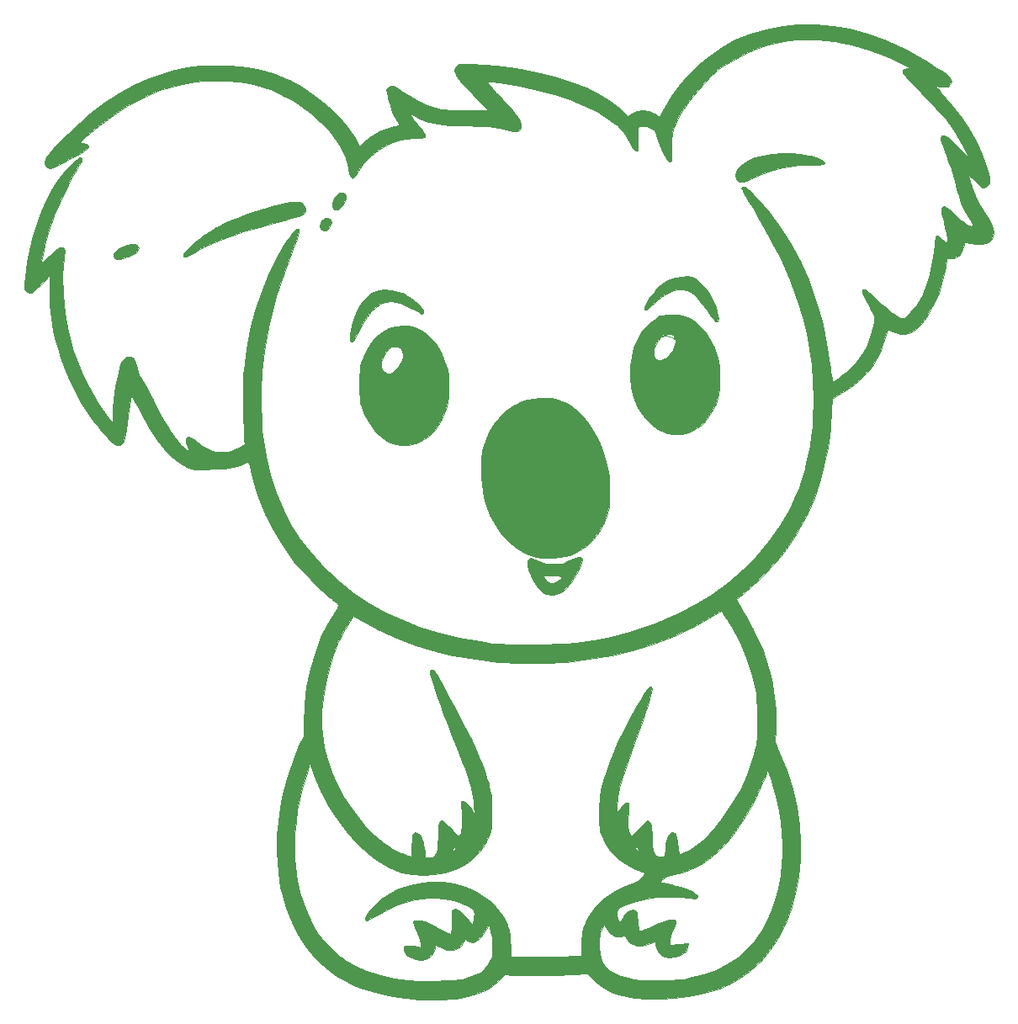
<source format=gbr>
%TF.GenerationSoftware,KiCad,Pcbnew,9.0.6*%
%TF.CreationDate,2025-12-01T23:05:10+01:00*%
%TF.ProjectId,Coala,436f616c-612e-46b6-9963-61645f706362,rev?*%
%TF.SameCoordinates,Original*%
%TF.FileFunction,Legend,Top*%
%TF.FilePolarity,Positive*%
%FSLAX46Y46*%
G04 Gerber Fmt 4.6, Leading zero omitted, Abs format (unit mm)*
G04 Created by KiCad (PCBNEW 9.0.6) date 2025-12-01 23:05:10*
%MOMM*%
%LPD*%
G01*
G04 APERTURE LIST*
%ADD10C,0.150000*%
%ADD11C,0.120000*%
%ADD12C,0.010000*%
G04 APERTURE END LIST*
D10*
X152256905Y-76994819D02*
X152256905Y-75994819D01*
X152256905Y-75994819D02*
X152495000Y-75994819D01*
X152495000Y-75994819D02*
X152637857Y-76042438D01*
X152637857Y-76042438D02*
X152733095Y-76137676D01*
X152733095Y-76137676D02*
X152780714Y-76232914D01*
X152780714Y-76232914D02*
X152828333Y-76423390D01*
X152828333Y-76423390D02*
X152828333Y-76566247D01*
X152828333Y-76566247D02*
X152780714Y-76756723D01*
X152780714Y-76756723D02*
X152733095Y-76851961D01*
X152733095Y-76851961D02*
X152637857Y-76947200D01*
X152637857Y-76947200D02*
X152495000Y-76994819D01*
X152495000Y-76994819D02*
X152256905Y-76994819D01*
X153209286Y-76090057D02*
X153256905Y-76042438D01*
X153256905Y-76042438D02*
X153352143Y-75994819D01*
X153352143Y-75994819D02*
X153590238Y-75994819D01*
X153590238Y-75994819D02*
X153685476Y-76042438D01*
X153685476Y-76042438D02*
X153733095Y-76090057D01*
X153733095Y-76090057D02*
X153780714Y-76185295D01*
X153780714Y-76185295D02*
X153780714Y-76280533D01*
X153780714Y-76280533D02*
X153733095Y-76423390D01*
X153733095Y-76423390D02*
X153161667Y-76994819D01*
X153161667Y-76994819D02*
X153780714Y-76994819D01*
X125161905Y-83054819D02*
X125161905Y-82054819D01*
X125161905Y-82054819D02*
X125400000Y-82054819D01*
X125400000Y-82054819D02*
X125542857Y-82102438D01*
X125542857Y-82102438D02*
X125638095Y-82197676D01*
X125638095Y-82197676D02*
X125685714Y-82292914D01*
X125685714Y-82292914D02*
X125733333Y-82483390D01*
X125733333Y-82483390D02*
X125733333Y-82626247D01*
X125733333Y-82626247D02*
X125685714Y-82816723D01*
X125685714Y-82816723D02*
X125638095Y-82911961D01*
X125638095Y-82911961D02*
X125542857Y-83007200D01*
X125542857Y-83007200D02*
X125400000Y-83054819D01*
X125400000Y-83054819D02*
X125161905Y-83054819D01*
X126685714Y-83054819D02*
X126114286Y-83054819D01*
X126400000Y-83054819D02*
X126400000Y-82054819D01*
X126400000Y-82054819D02*
X126304762Y-82197676D01*
X126304762Y-82197676D02*
X126209524Y-82292914D01*
X126209524Y-82292914D02*
X126114286Y-82340533D01*
D11*
%TO.C,D2*%
X151435000Y-78264000D02*
X151435000Y-78420000D01*
X151435000Y-80580000D02*
X151435000Y-80736000D01*
X151435000Y-78264484D02*
G75*
G02*
X154667335Y-78421392I1560000J-1235516D01*
G01*
X151954039Y-78420000D02*
G75*
G02*
X154036130Y-78420163I1040961J-1080000D01*
G01*
X154036130Y-80579837D02*
G75*
G02*
X151954039Y-80580000I-1041130J1079837D01*
G01*
X154667335Y-80578608D02*
G75*
G02*
X151435000Y-80735516I-1672335J1078608D01*
G01*
%TO.C,D1*%
X124135000Y-79264000D02*
X124135000Y-79420000D01*
X124135000Y-81580000D02*
X124135000Y-81736000D01*
X124135000Y-79264484D02*
G75*
G02*
X127367335Y-79421392I1560000J-1235516D01*
G01*
X124654039Y-79420000D02*
G75*
G02*
X126736130Y-79420163I1040961J-1080000D01*
G01*
X126736130Y-81579837D02*
G75*
G02*
X124654039Y-81580000I-1041130J1079837D01*
G01*
X127367335Y-81578608D02*
G75*
G02*
X124135000Y-81735516I-1672335J1078608D01*
G01*
D12*
%TO.C,G\u002A\u002A\u002A*%
X169782837Y-46787046D02*
X171513765Y-47093703D01*
X173250943Y-47553672D01*
X174985942Y-48166533D01*
X176710336Y-48931862D01*
X176920674Y-49036197D01*
X177485787Y-49330237D01*
X178088339Y-49662109D01*
X178705919Y-50017773D01*
X179316118Y-50383188D01*
X179896523Y-50744316D01*
X180424726Y-51087117D01*
X180878315Y-51397550D01*
X181234880Y-51661576D01*
X181472010Y-51865155D01*
X181522143Y-51918935D01*
X181698179Y-52191729D01*
X181719135Y-52429180D01*
X181585009Y-52663955D01*
X181522046Y-52731283D01*
X181377976Y-52856210D01*
X181231360Y-52914033D01*
X181019631Y-52920281D01*
X180823546Y-52904619D01*
X180526494Y-52867669D01*
X180278573Y-52821723D01*
X180176988Y-52792574D01*
X180171180Y-52827141D01*
X180265406Y-52966319D01*
X180444488Y-53190617D01*
X180693250Y-53480548D01*
X180846709Y-53652556D01*
X181930696Y-54912910D01*
X182863723Y-56129727D01*
X183654006Y-57317231D01*
X184309761Y-58489650D01*
X184839204Y-59661209D01*
X185250551Y-60846133D01*
X185461433Y-61642823D01*
X185547170Y-62030570D01*
X185590247Y-62293760D01*
X185593644Y-62470901D01*
X185560335Y-62600505D01*
X185538900Y-62644879D01*
X185398691Y-62812305D01*
X185190785Y-62971954D01*
X184985846Y-63074051D01*
X184909826Y-63088000D01*
X184830381Y-63032228D01*
X184656789Y-62880553D01*
X184415011Y-62656433D01*
X184143621Y-62395648D01*
X183868298Y-62133462D01*
X183642803Y-61931201D01*
X183490388Y-61808833D01*
X183434300Y-61786329D01*
X183434300Y-61786379D01*
X183459831Y-61893232D01*
X183529855Y-62128673D01*
X183634515Y-62460916D01*
X183763957Y-62858176D01*
X183804568Y-62980541D01*
X183958097Y-63433452D01*
X184090226Y-63792924D01*
X184221149Y-64099070D01*
X184371056Y-64392004D01*
X184560140Y-64711839D01*
X184808593Y-65098686D01*
X185066769Y-65488017D01*
X185418773Y-66035964D01*
X185672890Y-66484204D01*
X185841588Y-66861465D01*
X185937331Y-67196477D01*
X185972586Y-67517970D01*
X185973472Y-67577661D01*
X185940940Y-67959419D01*
X185847593Y-68225535D01*
X185836081Y-68242989D01*
X185575217Y-68479701D01*
X185194251Y-68647722D01*
X184730545Y-68740642D01*
X184221461Y-68752050D01*
X183704361Y-68675538D01*
X183553589Y-68634583D01*
X183273321Y-68551177D01*
X183115427Y-68524843D01*
X183038884Y-68568206D01*
X183002671Y-68693894D01*
X182983909Y-68809928D01*
X182875741Y-69204141D01*
X182696335Y-69581860D01*
X182476366Y-69887903D01*
X182300908Y-70038623D01*
X182003263Y-70154963D01*
X181655164Y-70199683D01*
X181273028Y-70200000D01*
X181130638Y-71110166D01*
X180856274Y-72405398D01*
X180449261Y-73665628D01*
X179922984Y-74856477D01*
X179290827Y-75943564D01*
X179192222Y-76089015D01*
X178674039Y-76760584D01*
X178161524Y-77264986D01*
X177650321Y-77604094D01*
X177136079Y-77779778D01*
X176614444Y-77793909D01*
X176081062Y-77648358D01*
X175836151Y-77531318D01*
X175307670Y-77246483D01*
X175219310Y-77596741D01*
X175055030Y-78167192D01*
X174842473Y-78788193D01*
X174605528Y-79396118D01*
X174368079Y-79927339D01*
X174277297Y-80106000D01*
X173754670Y-80972160D01*
X173149948Y-81751148D01*
X172443169Y-82462185D01*
X171614370Y-83124487D01*
X170643587Y-83757274D01*
X170246128Y-83986811D01*
X169742231Y-84269290D01*
X169683745Y-85341478D01*
X169525809Y-87342848D01*
X169274804Y-89217553D01*
X168926092Y-90983333D01*
X168475034Y-92657931D01*
X167916994Y-94259091D01*
X167247331Y-95804553D01*
X166636739Y-96997000D01*
X166003082Y-98079351D01*
X165305101Y-99121084D01*
X164527862Y-100139390D01*
X163656429Y-101151460D01*
X162675866Y-102174487D01*
X161571239Y-103225662D01*
X160327613Y-104322178D01*
X160119677Y-104498799D01*
X160135470Y-104588858D01*
X160230198Y-104792150D01*
X160389202Y-105080796D01*
X160597822Y-105426911D01*
X160656778Y-105520355D01*
X161002606Y-106093915D01*
X161376222Y-106765839D01*
X161758040Y-107496422D01*
X162128479Y-108245960D01*
X162467956Y-108974751D01*
X162756887Y-109643089D01*
X162975691Y-110211272D01*
X162988242Y-110247333D01*
X163382928Y-111543609D01*
X163695460Y-112891473D01*
X163920330Y-114252200D01*
X164052028Y-115587064D01*
X164085045Y-116857341D01*
X164046570Y-117686399D01*
X163959634Y-118762733D01*
X164433153Y-119860200D01*
X165146338Y-121688060D01*
X165713485Y-123521281D01*
X166134367Y-125350324D01*
X166408759Y-127165649D01*
X166536436Y-128957717D01*
X166517171Y-130716989D01*
X166350739Y-132433926D01*
X166036915Y-134098987D01*
X165575472Y-135702635D01*
X164966185Y-137235330D01*
X164850013Y-137483702D01*
X164321320Y-138502049D01*
X163760899Y-139398170D01*
X163135989Y-140219170D01*
X162413831Y-141012152D01*
X162353908Y-141072742D01*
X161473167Y-141874894D01*
X160539771Y-142554502D01*
X159523034Y-143130181D01*
X158392266Y-143620546D01*
X157814456Y-143826247D01*
X156548054Y-144188562D01*
X155211602Y-144457701D01*
X153838680Y-144631848D01*
X152462866Y-144709188D01*
X151117741Y-144687908D01*
X149836884Y-144566191D01*
X148653874Y-144342224D01*
X148584962Y-144325045D01*
X147750671Y-144069388D01*
X147035654Y-143746220D01*
X146395473Y-143331312D01*
X145785693Y-142800435D01*
X145781714Y-142796535D01*
X145085974Y-142114070D01*
X143664970Y-142220755D01*
X143087997Y-142255544D01*
X142399590Y-142283269D01*
X141635626Y-142303676D01*
X140831984Y-142316511D01*
X140024542Y-142321519D01*
X139249179Y-142318447D01*
X138541771Y-142307040D01*
X137938197Y-142287044D01*
X137546385Y-142264096D01*
X136828136Y-142209000D01*
X136234051Y-142805917D01*
X135648414Y-143312603D01*
X134976800Y-143735113D01*
X134200093Y-144082041D01*
X133299175Y-144361982D01*
X132295633Y-144576395D01*
X131862910Y-144634504D01*
X131301543Y-144682810D01*
X130651998Y-144720198D01*
X129954739Y-144745554D01*
X129250235Y-144757761D01*
X128578949Y-144755704D01*
X127981349Y-144738269D01*
X127531548Y-144707699D01*
X126058738Y-144524989D01*
X124669407Y-144271903D01*
X123382690Y-143953236D01*
X122217722Y-143573778D01*
X121193638Y-143138323D01*
X121119633Y-143101840D01*
X119889644Y-142395761D01*
X118760574Y-141556501D01*
X117736588Y-140589846D01*
X116821847Y-139501583D01*
X116020515Y-138297497D01*
X115336753Y-136983376D01*
X114774725Y-135565004D01*
X114338594Y-134048169D01*
X114219739Y-133511095D01*
X114089709Y-132742001D01*
X113985727Y-131852147D01*
X113910326Y-130888466D01*
X113866036Y-129897891D01*
X113863971Y-129709579D01*
X115628211Y-129709579D01*
X115644794Y-130553491D01*
X115696735Y-131327028D01*
X115787589Y-132078482D01*
X115920908Y-132856146D01*
X115960600Y-133056906D01*
X116179386Y-133962528D01*
X116469595Y-134895093D01*
X116815620Y-135816978D01*
X117201852Y-136690558D01*
X117612684Y-137478211D01*
X118032505Y-138142312D01*
X118119999Y-138262089D01*
X118423202Y-138632751D01*
X118810351Y-139057879D01*
X119247204Y-139504169D01*
X119699517Y-139938318D01*
X120133048Y-140327022D01*
X120513554Y-140636977D01*
X120695387Y-140766837D01*
X121759528Y-141379368D01*
X122946460Y-141896870D01*
X124234484Y-142312616D01*
X125601903Y-142619880D01*
X127027021Y-142811934D01*
X127384966Y-142840821D01*
X127769146Y-142867705D01*
X128075675Y-142887627D01*
X128336687Y-142900642D01*
X128584320Y-142906806D01*
X128850710Y-142906172D01*
X129167992Y-142898796D01*
X129568303Y-142884731D01*
X130083778Y-142864034D01*
X130517633Y-142846151D01*
X131196000Y-142814842D01*
X131733683Y-142781357D01*
X132159331Y-142742733D01*
X132501591Y-142696006D01*
X132789111Y-142638213D01*
X132959304Y-142593570D01*
X133704656Y-142336700D01*
X134302860Y-142029069D01*
X134771868Y-141657553D01*
X135129628Y-141209031D01*
X135308047Y-140876498D01*
X135415115Y-140627806D01*
X135485307Y-140410095D01*
X135526417Y-140175492D01*
X135546239Y-139876125D01*
X135552567Y-139464121D01*
X135552878Y-139372666D01*
X135547632Y-138897657D01*
X135524563Y-138537560D01*
X135476739Y-138238304D01*
X135397227Y-137945817D01*
X135352836Y-137812331D01*
X135150398Y-137225662D01*
X134940550Y-137642997D01*
X134622287Y-138183395D01*
X134281685Y-138592669D01*
X133930628Y-138861502D01*
X133581006Y-138980573D01*
X133272848Y-138950504D01*
X133049138Y-138852370D01*
X132891801Y-138741355D01*
X132884545Y-138733143D01*
X132808701Y-138679358D01*
X132731529Y-138737999D01*
X132623530Y-138931750D01*
X132621851Y-138935141D01*
X132360028Y-139351254D01*
X132049348Y-139618588D01*
X131664606Y-139756039D01*
X131497718Y-139777819D01*
X131221243Y-139778041D01*
X130932536Y-139724325D01*
X130597077Y-139605227D01*
X130180346Y-139409301D01*
X129830512Y-139225037D01*
X129791690Y-139283112D01*
X129751539Y-139462551D01*
X129733988Y-139590742D01*
X129610114Y-140048293D01*
X129358627Y-140398010D01*
X128987505Y-140633494D01*
X128504726Y-140748347D01*
X128277320Y-140759083D01*
X127792691Y-140705971D01*
X127357481Y-140559079D01*
X126999735Y-140337072D01*
X126747495Y-140058615D01*
X126628805Y-139742373D01*
X126623283Y-139658200D01*
X126675879Y-139462268D01*
X126841477Y-139343935D01*
X127130552Y-139301474D01*
X127553581Y-139333161D01*
X128053153Y-139422733D01*
X128340339Y-139483307D01*
X128300250Y-139068153D01*
X128246083Y-138803429D01*
X128134448Y-138444514D01*
X127984098Y-138048428D01*
X127902897Y-137860095D01*
X127755166Y-137513894D01*
X127642696Y-137214872D01*
X127579564Y-137002629D01*
X127571864Y-136928761D01*
X127658915Y-136825484D01*
X127884833Y-136770850D01*
X127957837Y-136764267D01*
X128284074Y-136796650D01*
X128732307Y-136928638D01*
X129291034Y-137155662D01*
X129948749Y-137473158D01*
X130535263Y-137787443D01*
X130892400Y-137980304D01*
X131131441Y-138092471D01*
X131277742Y-138133225D01*
X131356661Y-138111842D01*
X131371739Y-138093528D01*
X131400811Y-137966542D01*
X131424816Y-137707875D01*
X131441265Y-137355159D01*
X131447669Y-136946025D01*
X131447670Y-136945424D01*
X131452240Y-136534264D01*
X131463724Y-136177551D01*
X131480383Y-135913654D01*
X131500358Y-135781258D01*
X131621963Y-135677693D01*
X131800318Y-135647333D01*
X132023618Y-135715602D01*
X132310277Y-135905565D01*
X132634497Y-136194952D01*
X132970482Y-136561493D01*
X133204010Y-136859063D01*
X133373884Y-137083846D01*
X133474403Y-137186968D01*
X133533380Y-137185443D01*
X133578629Y-137096288D01*
X133581067Y-137089735D01*
X133657950Y-136797471D01*
X133702511Y-136458444D01*
X133711019Y-136134819D01*
X133679742Y-135888762D01*
X133656754Y-135828726D01*
X133470888Y-135618881D01*
X133144897Y-135396519D01*
X132706101Y-135174319D01*
X132181823Y-134964958D01*
X131599385Y-134781114D01*
X131166598Y-134673264D01*
X130605153Y-134588955D01*
X129931524Y-134551042D01*
X129195830Y-134557639D01*
X128448192Y-134606862D01*
X127738729Y-134696826D01*
X127118101Y-134825504D01*
X126512443Y-135017614D01*
X125816882Y-135292977D01*
X125075625Y-135631468D01*
X124332881Y-136012957D01*
X123664274Y-136398023D01*
X123352038Y-136581131D01*
X123089483Y-136720216D01*
X122912010Y-136797321D01*
X122859941Y-136806031D01*
X122754442Y-136700309D01*
X122767212Y-136508139D01*
X122883318Y-136247622D01*
X123087828Y-135936863D01*
X123365811Y-135593967D01*
X123702334Y-135237035D01*
X124082466Y-134884173D01*
X124491274Y-134553484D01*
X124913826Y-134263073D01*
X125001232Y-134209895D01*
X126136807Y-133624297D01*
X127292096Y-133205942D01*
X128471717Y-132953411D01*
X129359460Y-132872608D01*
X130551637Y-132896352D01*
X131684309Y-133071286D01*
X132784835Y-133403239D01*
X133673005Y-133791987D01*
X134610565Y-134323139D01*
X135399404Y-134915273D01*
X136053776Y-135583412D01*
X136587938Y-136342577D01*
X137016144Y-137207789D01*
X137089151Y-137391806D01*
X137180729Y-137650933D01*
X137246308Y-137898131D01*
X137291814Y-138174190D01*
X137323177Y-138519899D01*
X137346325Y-138976049D01*
X137355513Y-139224500D01*
X137398641Y-140473333D01*
X138339637Y-140473184D01*
X138670742Y-140471254D01*
X139139493Y-140465876D01*
X139714249Y-140457549D01*
X140363367Y-140446773D01*
X141055206Y-140434047D01*
X141758125Y-140419871D01*
X141874894Y-140417386D01*
X144469156Y-140361736D01*
X144497618Y-139469359D01*
X146271096Y-139469359D01*
X146345557Y-140150275D01*
X146509303Y-140760138D01*
X146627963Y-141030029D01*
X146910394Y-141416681D01*
X147334475Y-141782978D01*
X147872558Y-142111963D01*
X148496993Y-142386680D01*
X149166846Y-142587089D01*
X149485559Y-142660597D01*
X149752688Y-142717288D01*
X149996557Y-142759076D01*
X150245491Y-142787870D01*
X150527814Y-142805583D01*
X150871850Y-142814125D01*
X151305923Y-142815408D01*
X151858358Y-142811343D01*
X152403966Y-142805532D01*
X153102155Y-142795483D01*
X153662916Y-142780974D01*
X154118138Y-142759750D01*
X154499711Y-142729557D01*
X154839526Y-142688139D01*
X155169473Y-142633242D01*
X155357018Y-142596744D01*
X156758859Y-142248086D01*
X158031312Y-141793067D01*
X159180781Y-141226490D01*
X160213670Y-140543161D01*
X161136381Y-139737883D01*
X161955320Y-138805460D01*
X162676890Y-137740697D01*
X163307495Y-136538396D01*
X163571186Y-135931875D01*
X163997149Y-134760611D01*
X164316521Y-133574015D01*
X164537021Y-132333607D01*
X164666365Y-131000907D01*
X164698535Y-130311026D01*
X164710273Y-129137964D01*
X164663986Y-128022197D01*
X164554324Y-126926780D01*
X164375934Y-125814766D01*
X164123467Y-124649209D01*
X163791570Y-123393161D01*
X163603563Y-122750883D01*
X163251780Y-121580766D01*
X163023089Y-122200550D01*
X162475239Y-123543152D01*
X161834410Y-124866048D01*
X161118140Y-126140603D01*
X160343968Y-127338180D01*
X159529431Y-128430144D01*
X158692069Y-129387858D01*
X158502334Y-129581891D01*
X157590199Y-130403903D01*
X156652102Y-131066330D01*
X155670557Y-131578706D01*
X154628076Y-131950567D01*
X153810450Y-132140274D01*
X153434232Y-132217317D01*
X153175035Y-132295903D01*
X152981732Y-132397579D01*
X152803195Y-132543890D01*
X152763800Y-132581331D01*
X152584420Y-132763397D01*
X152469305Y-132897473D01*
X152446300Y-132938672D01*
X152523346Y-132975515D01*
X152727791Y-133027761D01*
X153019591Y-133085570D01*
X153102264Y-133099867D01*
X153519458Y-133185531D01*
X153998515Y-133308549D01*
X154498968Y-133455869D01*
X154980347Y-133614440D01*
X155402183Y-133771212D01*
X155724008Y-133913133D01*
X155855162Y-133987670D01*
X156040955Y-134146150D01*
X156150519Y-134302083D01*
X156158211Y-134327832D01*
X156122515Y-134499024D01*
X155985145Y-134597724D01*
X155856798Y-134591790D01*
X155739425Y-134572280D01*
X155485778Y-134543974D01*
X155128487Y-134510087D01*
X154700186Y-134473830D01*
X154498630Y-134458031D01*
X153274494Y-134411183D01*
X152093844Y-134457720D01*
X150984133Y-134594468D01*
X149972812Y-134818253D01*
X149229468Y-135067159D01*
X148740034Y-135279309D01*
X148396581Y-135473147D01*
X148179385Y-135665227D01*
X148068721Y-135872103D01*
X148043633Y-136062341D01*
X148066470Y-136335236D01*
X148124732Y-136602266D01*
X148203041Y-136812343D01*
X148286022Y-136914377D01*
X148300967Y-136917333D01*
X148383350Y-136854784D01*
X148535887Y-136689414D01*
X148728163Y-136454635D01*
X148762867Y-136409895D01*
X149029869Y-136082782D01*
X149243470Y-135877074D01*
X149436518Y-135768454D01*
X149641866Y-135732607D01*
X149678700Y-135732000D01*
X149844810Y-135757773D01*
X149964238Y-135851344D01*
X150047053Y-136037088D01*
X150103326Y-136339381D01*
X150143128Y-136782596D01*
X150148734Y-136869737D01*
X150180660Y-137248605D01*
X150223221Y-137566842D01*
X150270157Y-137784336D01*
X150302573Y-137855473D01*
X150384049Y-137880499D01*
X150541714Y-137850184D01*
X150796524Y-137757532D01*
X151169433Y-137595548D01*
X151402718Y-137488236D01*
X152155044Y-137154121D01*
X152781113Y-136910673D01*
X153277513Y-136758915D01*
X153640829Y-136699872D01*
X153867650Y-136734569D01*
X153883186Y-136743549D01*
X153946677Y-136836230D01*
X153945795Y-137006462D01*
X153876041Y-137273809D01*
X153732918Y-137657839D01*
X153599974Y-137975666D01*
X153477936Y-138320624D01*
X153398341Y-138664417D01*
X153379642Y-138855550D01*
X153377633Y-139227433D01*
X154313712Y-139168201D01*
X155249792Y-139108969D01*
X155192458Y-139431318D01*
X155043074Y-139812330D01*
X154755287Y-140122594D01*
X154349678Y-140349647D01*
X153846829Y-140481028D01*
X153412180Y-140509223D01*
X152903141Y-140445435D01*
X152509109Y-140261538D01*
X152222134Y-139950389D01*
X152034268Y-139504845D01*
X151972816Y-139215865D01*
X151927400Y-139004956D01*
X151880009Y-138892810D01*
X151863455Y-138886880D01*
X151217119Y-139186009D01*
X150629739Y-139340037D01*
X150108885Y-139347830D01*
X149674819Y-139214821D01*
X149309107Y-138965532D01*
X149037864Y-138654866D01*
X148928473Y-138428228D01*
X148841327Y-138308197D01*
X148734484Y-138320184D01*
X148391582Y-138413993D01*
X148039564Y-138427199D01*
X147919269Y-138407227D01*
X147653379Y-138278729D01*
X147362773Y-138042509D01*
X147095649Y-137743672D01*
X146923862Y-137475682D01*
X146745400Y-137129000D01*
X146588770Y-137484725D01*
X146392167Y-138088141D01*
X146286454Y-138765833D01*
X146271096Y-139469359D01*
X144497618Y-139469359D01*
X144505858Y-139211034D01*
X144527203Y-138697098D01*
X144558343Y-138303826D01*
X144606431Y-137982570D01*
X144678621Y-137684682D01*
X144774679Y-137383000D01*
X145177957Y-136465484D01*
X145731601Y-135621888D01*
X146380450Y-134907912D01*
X146844049Y-134502515D01*
X147340856Y-134143203D01*
X147900053Y-133813765D01*
X148550824Y-133497992D01*
X149322354Y-133179671D01*
X149839828Y-132986346D01*
X150210617Y-132788603D01*
X150556888Y-132461278D01*
X150591383Y-132420742D01*
X150766546Y-132202557D01*
X150881754Y-132041480D01*
X150911855Y-131974187D01*
X150820138Y-131936812D01*
X150615955Y-131866762D01*
X150414300Y-131801687D01*
X149904900Y-131600255D01*
X149336888Y-131309142D01*
X148767532Y-130962141D01*
X148254103Y-130593043D01*
X147997262Y-130375536D01*
X147415703Y-129742158D01*
X147244125Y-129485867D01*
X149860288Y-129485867D01*
X149889563Y-129554475D01*
X150001813Y-129647135D01*
X150162724Y-129766820D01*
X150229991Y-129791552D01*
X150243862Y-129730044D01*
X150243670Y-129699500D01*
X150186362Y-129504765D01*
X150047698Y-129420531D01*
X149952711Y-129434484D01*
X149860288Y-129485867D01*
X147244125Y-129485867D01*
X146913428Y-128991899D01*
X146535908Y-128208099D01*
X146458826Y-128006051D01*
X146401863Y-127824324D01*
X146361937Y-127632628D01*
X146335964Y-127400673D01*
X146320861Y-127098170D01*
X146313543Y-126694829D01*
X146310927Y-126160361D01*
X146310635Y-125995333D01*
X146314472Y-125303591D01*
X146333005Y-124735130D01*
X146373327Y-124244069D01*
X146442531Y-123784525D01*
X146547709Y-123310618D01*
X146695952Y-122776466D01*
X146894354Y-122136188D01*
X146919217Y-122058333D01*
X147283650Y-120992252D01*
X147693791Y-119937156D01*
X148161379Y-118868371D01*
X148698154Y-117761226D01*
X149315855Y-116591050D01*
X150026222Y-115333170D01*
X150509084Y-114513899D01*
X150802564Y-114028781D01*
X151026988Y-113675137D01*
X151195643Y-113436476D01*
X151321814Y-113296309D01*
X151418790Y-113238145D01*
X151499857Y-113245495D01*
X151521695Y-113257158D01*
X151570222Y-113337422D01*
X151579187Y-113499730D01*
X151546300Y-113751591D01*
X151469272Y-114100517D01*
X151345814Y-114554018D01*
X151173636Y-115119605D01*
X150950450Y-115804787D01*
X150673965Y-116617076D01*
X150341894Y-117563981D01*
X149951946Y-118653014D01*
X149501833Y-119891684D01*
X149487703Y-119930341D01*
X149149392Y-120865243D01*
X148869273Y-121663485D01*
X148641875Y-122345317D01*
X148461722Y-122930986D01*
X148323342Y-123440743D01*
X148221260Y-123894837D01*
X148150004Y-124313515D01*
X148104099Y-124717027D01*
X148078073Y-125125623D01*
X148077108Y-125148666D01*
X148037337Y-126122333D01*
X148248304Y-125730930D01*
X148446510Y-125426496D01*
X148677058Y-125167067D01*
X148905257Y-124984639D01*
X149096412Y-124911212D01*
X149134423Y-124913651D01*
X149191285Y-124935545D01*
X149230725Y-124990135D01*
X149253460Y-125099805D01*
X149260205Y-125286936D01*
X149251678Y-125573913D01*
X149228593Y-125983116D01*
X149191668Y-126536930D01*
X149188048Y-126589453D01*
X149161064Y-127017780D01*
X149152296Y-127318038D01*
X149165263Y-127530852D01*
X149203484Y-127696848D01*
X149270478Y-127856650D01*
X149303576Y-127922953D01*
X149419390Y-128132937D01*
X149507267Y-128261915D01*
X149531917Y-128281333D01*
X149604640Y-128223886D01*
X149770247Y-128067067D01*
X150004878Y-127834161D01*
X150284671Y-127548453D01*
X150313363Y-127518759D01*
X150599955Y-127228578D01*
X150848532Y-126989521D01*
X151033833Y-126825005D01*
X151130597Y-126758444D01*
X151133966Y-126758055D01*
X151286675Y-126804990D01*
X151404262Y-126948092D01*
X151490255Y-127202169D01*
X151548184Y-127582028D01*
X151581576Y-128102477D01*
X151593452Y-128686219D01*
X151620401Y-129296058D01*
X151696484Y-129756250D01*
X151829240Y-130081295D01*
X152026209Y-130285691D01*
X152294930Y-130383938D01*
X152483602Y-130398000D01*
X152712648Y-130389144D01*
X152826600Y-130335026D01*
X152879651Y-130194320D01*
X152899956Y-130080500D01*
X152936453Y-129768569D01*
X152953687Y-129443151D01*
X152953840Y-129424333D01*
X152994073Y-128987042D01*
X153100618Y-128588171D01*
X153257785Y-128259827D01*
X153449887Y-128034121D01*
X153661234Y-127943161D01*
X153677780Y-127942666D01*
X153866767Y-127992553D01*
X154007317Y-128153373D01*
X154106934Y-128441870D01*
X154173122Y-128874785D01*
X154191699Y-129089142D01*
X154224905Y-129446213D01*
X154265807Y-129750061D01*
X154307426Y-129952497D01*
X154322875Y-129994605D01*
X154378380Y-130075927D01*
X154461904Y-130096355D01*
X154620492Y-130054847D01*
X154813558Y-129983750D01*
X155388548Y-129702542D01*
X156013390Y-129283339D01*
X156669227Y-128742915D01*
X157337203Y-128098043D01*
X157998463Y-127365497D01*
X158583339Y-126630333D01*
X159600795Y-125153415D01*
X160462167Y-123652408D01*
X161164260Y-122134325D01*
X161703880Y-120606178D01*
X162077830Y-119074981D01*
X162112834Y-118883333D01*
X162163079Y-118475482D01*
X162198014Y-117937813D01*
X162217944Y-117309123D01*
X162223174Y-116628204D01*
X162214008Y-115933853D01*
X162190751Y-115264863D01*
X162153707Y-114660029D01*
X162103180Y-114158147D01*
X162074229Y-113965208D01*
X161675556Y-112159924D01*
X161117228Y-110410659D01*
X160399846Y-108719242D01*
X160239190Y-108391754D01*
X159999554Y-107932260D01*
X159727472Y-107439804D01*
X159444359Y-106950499D01*
X159171630Y-106500457D01*
X158930700Y-106125789D01*
X158742985Y-105862607D01*
X158728835Y-105844885D01*
X158570991Y-105649956D01*
X157561812Y-106264284D01*
X155737670Y-107279562D01*
X153806738Y-108173866D01*
X151782383Y-108945536D01*
X149677972Y-109592913D01*
X147506872Y-110114339D01*
X145282447Y-110508154D01*
X143018066Y-110772700D01*
X140727094Y-110906318D01*
X138422899Y-110907348D01*
X136118846Y-110774133D01*
X133828302Y-110505014D01*
X131564634Y-110098330D01*
X129882633Y-109699435D01*
X127806109Y-109080849D01*
X125846706Y-108346855D01*
X123993657Y-107493031D01*
X122470945Y-106656003D01*
X122139667Y-106463914D01*
X121858426Y-106309389D01*
X121660923Y-106210419D01*
X121585595Y-106183333D01*
X121503273Y-106254150D01*
X121358608Y-106449177D01*
X121167164Y-106742277D01*
X120944505Y-107107312D01*
X120706194Y-107518144D01*
X120467797Y-107948637D01*
X120244877Y-108372653D01*
X120068448Y-108731146D01*
X119519236Y-110049676D01*
X119071743Y-111447517D01*
X118729905Y-112895701D01*
X118497656Y-114365260D01*
X118378931Y-115827228D01*
X118377664Y-117252636D01*
X118497789Y-118612518D01*
X118624736Y-119360310D01*
X118930718Y-120568403D01*
X119352952Y-121782448D01*
X119878725Y-122984323D01*
X120495322Y-124155908D01*
X121190030Y-125279083D01*
X121950134Y-126335729D01*
X122762920Y-127307723D01*
X123615673Y-128176947D01*
X124495681Y-128925281D01*
X125390229Y-129534603D01*
X125987966Y-129854438D01*
X126351237Y-130017837D01*
X126692551Y-130155769D01*
X126960596Y-130248158D01*
X127054050Y-130271549D01*
X127358134Y-130327144D01*
X127412683Y-129250860D01*
X127440892Y-128829270D01*
X127477977Y-128466761D01*
X127519402Y-128199201D01*
X127560632Y-128062455D01*
X127563466Y-128058621D01*
X127747863Y-127953341D01*
X127979295Y-127977566D01*
X128203767Y-128124908D01*
X128214012Y-128135577D01*
X128435981Y-128478909D01*
X128599602Y-128967173D01*
X128700086Y-129584664D01*
X128716633Y-129784166D01*
X128763502Y-130482666D01*
X129121149Y-130482666D01*
X129499796Y-130415298D01*
X129786697Y-130225621D01*
X129955783Y-129932274D01*
X129970510Y-129875381D01*
X129994226Y-129699741D01*
X129999500Y-129638978D01*
X131533633Y-129638978D01*
X131555591Y-129757403D01*
X131652403Y-129746096D01*
X131705338Y-129719397D01*
X131819734Y-129618939D01*
X131827341Y-129547085D01*
X131706680Y-129466282D01*
X131583298Y-129510712D01*
X131533633Y-129638978D01*
X129999500Y-129638978D01*
X130021002Y-129391279D01*
X130048251Y-128986413D01*
X130073388Y-128521561D01*
X130084969Y-128263345D01*
X130110208Y-127724639D01*
X130138850Y-127332209D01*
X130177514Y-127063028D01*
X130232820Y-126894069D01*
X130311386Y-126802306D01*
X130419834Y-126764711D01*
X130517633Y-126758287D01*
X130621746Y-126816356D01*
X130812838Y-126975881D01*
X131064185Y-127212842D01*
X131349062Y-127503215D01*
X131364300Y-127519333D01*
X131643904Y-127810668D01*
X131883136Y-128050606D01*
X132057684Y-128215417D01*
X132143240Y-128281374D01*
X132145292Y-128281675D01*
X132221069Y-128214083D01*
X132329647Y-128047753D01*
X132352379Y-128006166D01*
X132431389Y-127752957D01*
X132482288Y-127365155D01*
X132504073Y-126875313D01*
X132495744Y-126315986D01*
X132456298Y-125719730D01*
X132430450Y-125468210D01*
X132396516Y-125134584D01*
X132391020Y-124931314D01*
X132417634Y-124821245D01*
X132480034Y-124767221D01*
X132500629Y-124758510D01*
X132660206Y-124781433D01*
X132875095Y-124928558D01*
X133119448Y-125175473D01*
X133367416Y-125497764D01*
X133496388Y-125699000D01*
X133749495Y-126122333D01*
X133700768Y-125233333D01*
X133667841Y-124818669D01*
X133611311Y-124397258D01*
X133526002Y-123952264D01*
X133406740Y-123466852D01*
X133248350Y-122924187D01*
X133045655Y-122307433D01*
X132793480Y-121599756D01*
X132486651Y-120784320D01*
X132119992Y-119844290D01*
X131787767Y-119010333D01*
X131388262Y-118002888D01*
X131006916Y-117019001D01*
X130649377Y-116074538D01*
X130321294Y-115185367D01*
X130028315Y-114367353D01*
X129776089Y-113636363D01*
X129570265Y-113008264D01*
X129416492Y-112498923D01*
X129320418Y-112124206D01*
X129301046Y-112025333D01*
X129290109Y-111749316D01*
X129357738Y-111576026D01*
X129491334Y-111531780D01*
X129531806Y-111543284D01*
X129602554Y-111585723D01*
X129686954Y-111671771D01*
X129794276Y-111816674D01*
X129933792Y-112035678D01*
X130114773Y-112344027D01*
X130346488Y-112756966D01*
X130638211Y-113289740D01*
X130993022Y-113946103D01*
X131706381Y-115281196D01*
X132337272Y-116485492D01*
X132891796Y-117572515D01*
X133376056Y-118555791D01*
X133796155Y-119448843D01*
X134158194Y-120265198D01*
X134468277Y-121018380D01*
X134732505Y-121721914D01*
X134956982Y-122389324D01*
X135147810Y-123034135D01*
X135226346Y-123328333D01*
X135311986Y-123671939D01*
X135374602Y-123965816D01*
X135417808Y-124247840D01*
X135445218Y-124555885D01*
X135460445Y-124927826D01*
X135467101Y-125401537D01*
X135468672Y-125868333D01*
X135465877Y-126509439D01*
X135451008Y-127017089D01*
X135416973Y-127427084D01*
X135356679Y-127775229D01*
X135263035Y-128097325D01*
X135128947Y-128429176D01*
X134947323Y-128806585D01*
X134848102Y-129001000D01*
X134559847Y-129458792D01*
X134163666Y-129948536D01*
X133702605Y-130425490D01*
X133219709Y-130844916D01*
X132782734Y-131147690D01*
X131810277Y-131626148D01*
X130765556Y-131967940D01*
X129674804Y-132171689D01*
X128564256Y-132236016D01*
X127460144Y-132159542D01*
X126388702Y-131940890D01*
X125376165Y-131578680D01*
X125293585Y-131541196D01*
X124414864Y-131070606D01*
X123536499Y-130467894D01*
X122640317Y-129720019D01*
X122257296Y-129362429D01*
X121059464Y-128105057D01*
X120000504Y-126766401D01*
X119072773Y-125334468D01*
X118268632Y-123797269D01*
X117580441Y-122142812D01*
X117480015Y-121864823D01*
X117171653Y-120993980D01*
X116773877Y-122245823D01*
X116403924Y-123488069D01*
X116117453Y-124638736D01*
X115905697Y-125748242D01*
X115759889Y-126867007D01*
X115671262Y-128045452D01*
X115643432Y-128747000D01*
X115628211Y-129709579D01*
X113863971Y-129709579D01*
X113855392Y-128927355D01*
X113880924Y-128023790D01*
X113904130Y-127661356D01*
X114084487Y-126064960D01*
X114376529Y-124442988D01*
X114769633Y-122836433D01*
X115253172Y-121286285D01*
X115816522Y-119833536D01*
X116089298Y-119230784D01*
X116547633Y-118265902D01*
X116547922Y-117071784D01*
X116622277Y-115133578D01*
X116843503Y-113264373D01*
X117210279Y-111469129D01*
X117721280Y-109752808D01*
X118375184Y-108120372D01*
X119170667Y-106576781D01*
X119487181Y-106050607D01*
X119738815Y-105652577D01*
X119908319Y-105370297D01*
X119993882Y-105170442D01*
X119993693Y-105019692D01*
X119905941Y-104884722D01*
X119728817Y-104732210D01*
X119460508Y-104528834D01*
X119402057Y-104483997D01*
X119044178Y-104188572D01*
X118605109Y-103795982D01*
X118111015Y-103332436D01*
X117588060Y-102824146D01*
X117062410Y-102297320D01*
X116560228Y-101778171D01*
X116107680Y-101292908D01*
X115730930Y-100867742D01*
X115463115Y-100538155D01*
X114439113Y-99065726D01*
X113515834Y-97504149D01*
X112706701Y-95882025D01*
X112025136Y-94227950D01*
X111484564Y-92570523D01*
X111207962Y-91472500D01*
X111122593Y-91115560D01*
X111041812Y-90829864D01*
X110976116Y-90649770D01*
X110942823Y-90604666D01*
X110830930Y-90640297D01*
X110624005Y-90731588D01*
X110469985Y-90806890D01*
X110141577Y-90960559D01*
X109815652Y-91081262D01*
X109461811Y-91174721D01*
X109049654Y-91246661D01*
X108548783Y-91302804D01*
X107928798Y-91348874D01*
X107445966Y-91376209D01*
X106727722Y-91407560D01*
X106148793Y-91415494D01*
X105680207Y-91395413D01*
X105292996Y-91342721D01*
X104958189Y-91252817D01*
X104646815Y-91121106D01*
X104329906Y-90942987D01*
X104200265Y-90861055D01*
X103567129Y-90396423D01*
X102949130Y-89827175D01*
X102338149Y-89142715D01*
X101726068Y-88332446D01*
X101104769Y-87385772D01*
X100466134Y-86292096D01*
X99925247Y-85280912D01*
X99648990Y-84759456D01*
X99435353Y-84384899D01*
X99285885Y-84159735D01*
X99202134Y-84086459D01*
X99189421Y-84095579D01*
X99156724Y-84216914D01*
X99104578Y-84486208D01*
X99036130Y-84883599D01*
X98954529Y-85389227D01*
X98862924Y-85983230D01*
X98764462Y-86645749D01*
X98662293Y-87356922D01*
X98587909Y-87890082D01*
X98524171Y-88280127D01*
X98452360Y-88543627D01*
X98358365Y-88723261D01*
X98283679Y-88810317D01*
X98100129Y-88946714D01*
X97899361Y-88993706D01*
X97670554Y-88943632D01*
X97402891Y-88788833D01*
X97085552Y-88521648D01*
X96707717Y-88134418D01*
X96258569Y-87619482D01*
X95784979Y-87041219D01*
X95227138Y-86314190D01*
X94723189Y-85584335D01*
X94247389Y-84810107D01*
X93773993Y-83949959D01*
X93350064Y-83111666D01*
X92860694Y-82074382D01*
X92453884Y-81118837D01*
X92110716Y-80191213D01*
X91812274Y-79237688D01*
X91539640Y-78204445D01*
X91371048Y-77481333D01*
X91229638Y-76797529D01*
X91124489Y-76155553D01*
X91051258Y-75510437D01*
X91005604Y-74817212D01*
X90983184Y-74030909D01*
X90978994Y-73421042D01*
X90978299Y-71858418D01*
X90124588Y-72764876D01*
X89760952Y-73138741D01*
X89459911Y-73423424D01*
X89236646Y-73605437D01*
X89106338Y-73671291D01*
X89104383Y-73671333D01*
X88848480Y-73621217D01*
X88618571Y-73495252D01*
X88469019Y-73330014D01*
X88440484Y-73224659D01*
X88466382Y-72709696D01*
X88529998Y-72068087D01*
X88625501Y-71336823D01*
X88747060Y-70552897D01*
X88888844Y-69753298D01*
X89045023Y-68975020D01*
X89209764Y-68255053D01*
X89247661Y-68103914D01*
X89601244Y-66910514D01*
X90054399Y-65684793D01*
X90584835Y-64477679D01*
X91170258Y-63340099D01*
X91758266Y-62368333D01*
X92013352Y-62013272D01*
X92331552Y-61616571D01*
X92684620Y-61208911D01*
X93044308Y-60820972D01*
X93382368Y-60483435D01*
X93670555Y-60226981D01*
X93845556Y-60101200D01*
X94020789Y-60006975D01*
X94112110Y-60004143D01*
X94179968Y-60095589D01*
X94191917Y-60117723D01*
X94215325Y-60207891D01*
X94192365Y-60334637D01*
X94111978Y-60522840D01*
X93963104Y-60797379D01*
X93734684Y-61183131D01*
X93673390Y-61284190D01*
X93220254Y-62067693D01*
X92757989Y-62936840D01*
X92306775Y-63848968D01*
X91886793Y-64761410D01*
X91518223Y-65631504D01*
X91221246Y-66416584D01*
X91158199Y-66601666D01*
X90997304Y-67106202D01*
X90832725Y-67655983D01*
X90671315Y-68224392D01*
X90519926Y-68784814D01*
X90385411Y-69310631D01*
X90274624Y-69775226D01*
X90194417Y-70151983D01*
X90151644Y-70414284D01*
X90148709Y-70522474D01*
X90197356Y-70548849D01*
X90323535Y-70480510D01*
X90538577Y-70309013D01*
X90853809Y-70025912D01*
X91007957Y-69881918D01*
X91423062Y-69503205D01*
X91744028Y-69241931D01*
X91988577Y-69088411D01*
X92174432Y-69032956D01*
X92319315Y-69065883D01*
X92394208Y-69124289D01*
X92454466Y-69207810D01*
X92483790Y-69330406D01*
X92483691Y-69528816D01*
X92455679Y-69839779D01*
X92432095Y-70045433D01*
X92296829Y-71900190D01*
X92327438Y-73775070D01*
X92522795Y-75662197D01*
X92881771Y-77553692D01*
X93403240Y-79441679D01*
X94023208Y-81162952D01*
X94313976Y-81833815D01*
X94668202Y-82563967D01*
X95067362Y-83321499D01*
X95492936Y-84074502D01*
X95926402Y-84791065D01*
X96349238Y-85439280D01*
X96742923Y-85987237D01*
X97021803Y-86329000D01*
X97321251Y-86667666D01*
X97324775Y-85804169D01*
X97347221Y-85158327D01*
X97406030Y-84465316D01*
X97495927Y-83749984D01*
X97611639Y-83037179D01*
X97747889Y-82351750D01*
X97899404Y-81718546D01*
X98060908Y-81162413D01*
X98227127Y-80708200D01*
X98392786Y-80380756D01*
X98505933Y-80239968D01*
X98766540Y-80105855D01*
X99067341Y-80096062D01*
X99348937Y-80200188D01*
X99551930Y-80407831D01*
X99561021Y-80424726D01*
X99636190Y-80629667D01*
X99713208Y-80932574D01*
X99768229Y-81225333D01*
X99857244Y-81634344D01*
X99992391Y-81942099D01*
X100113087Y-82114333D01*
X100224716Y-82280008D01*
X100398446Y-82571033D01*
X100619862Y-82961697D01*
X100874553Y-83426290D01*
X101148104Y-83939100D01*
X101312925Y-84254666D01*
X101869091Y-85312022D01*
X102367551Y-86223751D01*
X102815368Y-87000684D01*
X103219605Y-87653650D01*
X103587325Y-88193482D01*
X103925590Y-88631008D01*
X104241463Y-88977059D01*
X104542008Y-89242466D01*
X104588630Y-89277789D01*
X104805105Y-89432918D01*
X104958476Y-89532981D01*
X105009501Y-89555686D01*
X104992762Y-89473045D01*
X104929202Y-89280116D01*
X104861624Y-89095878D01*
X104743034Y-88746321D01*
X104702138Y-88501723D01*
X104736222Y-88318024D01*
X104806270Y-88197902D01*
X104898291Y-88100544D01*
X105005400Y-88099525D01*
X105166103Y-88174219D01*
X105353056Y-88290696D01*
X105616535Y-88477996D01*
X105903347Y-88698106D01*
X105937622Y-88725576D01*
X106272177Y-88973524D01*
X106640387Y-89213637D01*
X106953622Y-89389243D01*
X107202049Y-89502797D01*
X107421402Y-89574181D01*
X107664828Y-89612942D01*
X107985476Y-89628630D01*
X108299231Y-89631000D01*
X108694272Y-89627963D01*
X108979099Y-89609770D01*
X109212824Y-89562794D01*
X109454562Y-89473406D01*
X109763423Y-89327981D01*
X109894370Y-89263280D01*
X110636245Y-88895560D01*
X110585780Y-88458946D01*
X110559848Y-88141877D01*
X110536995Y-87683312D01*
X110517443Y-87111065D01*
X110501413Y-86452949D01*
X110489128Y-85736777D01*
X110480808Y-84990363D01*
X110476674Y-84241521D01*
X110476949Y-83518064D01*
X110481854Y-82847805D01*
X110491610Y-82258558D01*
X110506438Y-81778136D01*
X110526560Y-81434352D01*
X110529591Y-81400999D01*
X110791170Y-79356177D01*
X111174860Y-77355725D01*
X111675234Y-75416013D01*
X112286863Y-73553412D01*
X113004320Y-71784294D01*
X113822176Y-70125031D01*
X114735005Y-68591992D01*
X114818245Y-68465857D01*
X115171788Y-67950028D01*
X115455025Y-67573342D01*
X115677311Y-67325520D01*
X115848003Y-67196279D01*
X115976456Y-67175340D01*
X115988912Y-67179399D01*
X116051814Y-67217009D01*
X116086708Y-67283727D01*
X116088795Y-67397073D01*
X116053275Y-67574568D01*
X115975348Y-67833733D01*
X115850216Y-68192090D01*
X115673079Y-68667159D01*
X115439137Y-69276462D01*
X115354996Y-69493627D01*
X114756120Y-71084026D01*
X114239134Y-72564070D01*
X113795519Y-73966584D01*
X113416759Y-75324394D01*
X113094335Y-76670323D01*
X112819729Y-78037197D01*
X112584424Y-79457840D01*
X112381429Y-80952666D01*
X112335758Y-81450085D01*
X112301671Y-82083035D01*
X112278955Y-82818125D01*
X112267398Y-83621963D01*
X112266789Y-84461159D01*
X112276916Y-85302321D01*
X112297566Y-86112058D01*
X112328529Y-86856979D01*
X112369591Y-87503693D01*
X112420541Y-88018808D01*
X112426559Y-88064666D01*
X112758807Y-90061989D01*
X113200523Y-91935614D01*
X113755892Y-93694470D01*
X114429102Y-95347484D01*
X115224340Y-96903586D01*
X116145791Y-98371704D01*
X117197642Y-99760765D01*
X118384080Y-101079699D01*
X118659530Y-101357333D01*
X120035076Y-102625766D01*
X121482874Y-103773203D01*
X123011383Y-104803434D01*
X124629062Y-105720246D01*
X126344368Y-106527429D01*
X128165760Y-107228772D01*
X130101697Y-107828064D01*
X132160636Y-108329093D01*
X134351036Y-108735647D01*
X135512966Y-108906683D01*
X135903296Y-108944822D01*
X136436033Y-108975432D01*
X137084424Y-108998633D01*
X137821717Y-109014541D01*
X138621158Y-109023274D01*
X139455994Y-109024949D01*
X140299473Y-109019685D01*
X141124840Y-109007599D01*
X141905342Y-108988809D01*
X142614228Y-108963432D01*
X143224743Y-108931586D01*
X143710134Y-108893389D01*
X143913940Y-108869734D01*
X145766001Y-108582212D01*
X147484805Y-108242636D01*
X149100783Y-107842294D01*
X150644371Y-107372479D01*
X152146000Y-106824479D01*
X153636105Y-106189587D01*
X154202095Y-105925432D01*
X156007487Y-104981489D01*
X157709008Y-103925503D01*
X159299228Y-102764524D01*
X160770721Y-101505600D01*
X162116059Y-100155782D01*
X163327815Y-98722117D01*
X164398559Y-97211655D01*
X165320866Y-95631446D01*
X165572640Y-95134333D01*
X166026648Y-94160714D01*
X166398337Y-93255917D01*
X166711268Y-92356615D01*
X166989004Y-91399482D01*
X167051925Y-91158489D01*
X167306554Y-90094628D01*
X167506263Y-89089232D01*
X167655910Y-88100729D01*
X167760350Y-87087546D01*
X167824441Y-86008111D01*
X167853038Y-84820851D01*
X167855633Y-84278651D01*
X167816393Y-82529454D01*
X167693724Y-80883350D01*
X167480208Y-79293972D01*
X167168421Y-77714952D01*
X166750944Y-76099923D01*
X166325846Y-74720182D01*
X165914027Y-73524316D01*
X165471297Y-72361297D01*
X164986318Y-71207410D01*
X164447755Y-70038940D01*
X163844268Y-68832174D01*
X163164522Y-67563397D01*
X162397177Y-66208894D01*
X161658114Y-64956639D01*
X161360905Y-64455519D01*
X161097027Y-64000203D01*
X160877932Y-63611315D01*
X160715075Y-63309476D01*
X160619907Y-63115310D01*
X160600107Y-63051639D01*
X160698086Y-62968822D01*
X160819042Y-62933253D01*
X160926779Y-62951078D01*
X161077724Y-63041452D01*
X161290031Y-63219155D01*
X161581856Y-63498964D01*
X161859160Y-63779919D01*
X163180561Y-65257418D01*
X164392758Y-66859141D01*
X165492130Y-68576926D01*
X166475059Y-70402614D01*
X167337925Y-72328044D01*
X168077107Y-74345054D01*
X168688985Y-76445484D01*
X169169941Y-78621173D01*
X169516353Y-80863960D01*
X169545384Y-81108299D01*
X169601688Y-81574157D01*
X169655476Y-81979251D01*
X169702492Y-82294436D01*
X169738479Y-82490566D01*
X169754677Y-82541266D01*
X169840734Y-82517597D01*
X170033548Y-82414300D01*
X170301520Y-82249381D01*
X170517003Y-82106844D01*
X171387486Y-81415341D01*
X172163071Y-80593421D01*
X172826262Y-79661277D01*
X173167893Y-79047666D01*
X173367411Y-78605029D01*
X173560080Y-78096344D01*
X173731882Y-77567506D01*
X173868801Y-77064411D01*
X173956821Y-76632955D01*
X173982400Y-76380666D01*
X173980055Y-76160503D01*
X173950350Y-75970022D01*
X173877833Y-75767309D01*
X173747050Y-75510449D01*
X173542549Y-75157527D01*
X173513408Y-75108554D01*
X173179429Y-74520802D01*
X172939553Y-74038437D01*
X172795245Y-73666990D01*
X172747972Y-73411990D01*
X172799203Y-73278969D01*
X172950403Y-73273457D01*
X173035403Y-73306422D01*
X173169080Y-73396375D01*
X173396035Y-73578172D01*
X173686731Y-73827078D01*
X174011630Y-74118360D01*
X174078633Y-74180003D01*
X174662202Y-74707835D01*
X175207910Y-75179153D01*
X175694386Y-75576351D01*
X176100258Y-75881825D01*
X176331019Y-76035358D01*
X176584469Y-76167116D01*
X176800435Y-76210052D01*
X177011299Y-76153220D01*
X177249442Y-75985674D01*
X177547245Y-75696469D01*
X177647436Y-75590374D01*
X178245401Y-74835842D01*
X178766590Y-73939658D01*
X179206677Y-72913223D01*
X179561332Y-71767938D01*
X179826230Y-70515204D01*
X179966757Y-69480333D01*
X180029696Y-68907229D01*
X180083492Y-68482230D01*
X180132110Y-68184617D01*
X180179515Y-67993670D01*
X180229673Y-67888670D01*
X180278588Y-67851125D01*
X180384232Y-67891203D01*
X180560488Y-68029034D01*
X180751880Y-68216879D01*
X180969826Y-68426943D01*
X181139567Y-68544605D01*
X181220797Y-68556520D01*
X181299151Y-68411504D01*
X181306850Y-68116165D01*
X181243810Y-67669346D01*
X181113142Y-67082676D01*
X180956892Y-66438716D01*
X180846497Y-65939951D01*
X180778970Y-65569439D01*
X180751323Y-65310241D01*
X180760569Y-65145413D01*
X180767120Y-65120566D01*
X180841537Y-64989379D01*
X180962616Y-64950851D01*
X181143950Y-65011837D01*
X181399132Y-65179190D01*
X181741754Y-65459763D01*
X182126734Y-65806085D01*
X182614202Y-66244799D01*
X183002069Y-66566276D01*
X183303983Y-66779173D01*
X183533591Y-66892142D01*
X183704542Y-66913839D01*
X183807521Y-66871824D01*
X183863266Y-66811696D01*
X183867673Y-66725470D01*
X183809146Y-66584264D01*
X183676092Y-66359199D01*
X183480447Y-66057131D01*
X183196373Y-65592208D01*
X182947456Y-65105943D01*
X182720745Y-64565882D01*
X182503287Y-63939576D01*
X182282131Y-63194574D01*
X182163526Y-62757640D01*
X181982131Y-62089928D01*
X181813734Y-61514431D01*
X181640115Y-60975963D01*
X181443055Y-60419335D01*
X181204332Y-59789361D01*
X181070626Y-59447333D01*
X180867746Y-58911107D01*
X180735750Y-58506468D01*
X180670690Y-58213105D01*
X180668616Y-58010706D01*
X180725578Y-57878958D01*
X180759133Y-57845444D01*
X180881506Y-57786468D01*
X181034432Y-57802022D01*
X181232344Y-57902206D01*
X181489672Y-58097122D01*
X181820848Y-58396869D01*
X182240304Y-58811549D01*
X182457908Y-59034422D01*
X182843476Y-59429310D01*
X183120341Y-59701473D01*
X183295634Y-59851702D01*
X183376486Y-59880789D01*
X183370027Y-59789525D01*
X183283389Y-59578701D01*
X183123703Y-59249108D01*
X183048933Y-59099996D01*
X182720093Y-58474375D01*
X182378007Y-57884058D01*
X182008202Y-57310617D01*
X181596208Y-56735625D01*
X181127553Y-56140654D01*
X180587767Y-55507278D01*
X179962377Y-54817069D01*
X179236914Y-54051600D01*
X178458974Y-53255247D01*
X177968623Y-52756927D01*
X177586051Y-52362706D01*
X177298603Y-52057645D01*
X177093625Y-51826809D01*
X176958460Y-51655261D01*
X176880453Y-51528064D01*
X176846948Y-51430283D01*
X176844902Y-51350247D01*
X176876272Y-51204367D01*
X176958096Y-51125155D01*
X177136754Y-51083316D01*
X177295966Y-51065333D01*
X177719300Y-51023000D01*
X176308161Y-50365684D01*
X175248649Y-49887295D01*
X174291485Y-49490605D01*
X173398173Y-49163305D01*
X172530218Y-48893088D01*
X171649126Y-48667646D01*
X170716401Y-48474671D01*
X170009519Y-48351887D01*
X169156318Y-48245511D01*
X168216157Y-48184230D01*
X167233071Y-48167147D01*
X166251093Y-48193369D01*
X165314259Y-48261998D01*
X164466603Y-48372139D01*
X163941978Y-48475299D01*
X163046206Y-48728238D01*
X162080237Y-49078465D01*
X161094096Y-49504019D01*
X160137811Y-49982942D01*
X159261410Y-50493274D01*
X159084400Y-50607509D01*
X158335669Y-51159822D01*
X157566204Y-51835538D01*
X156800163Y-52605667D01*
X156061703Y-53441217D01*
X155374982Y-54313196D01*
X154764160Y-55192615D01*
X154253394Y-56050480D01*
X153866841Y-56857801D01*
X153857969Y-56879573D01*
X153759258Y-57128068D01*
X153688396Y-57334072D01*
X153640910Y-57532966D01*
X153612324Y-57760126D01*
X153598165Y-58050933D01*
X153593959Y-58440764D01*
X153595198Y-58957300D01*
X153594913Y-59496143D01*
X153587744Y-59887768D01*
X153571976Y-60154213D01*
X153545891Y-60317515D01*
X153507773Y-60399710D01*
X153481380Y-60418207D01*
X153328789Y-60391594D01*
X153140792Y-60229566D01*
X152932437Y-59958352D01*
X152718776Y-59604179D01*
X152514855Y-59193274D01*
X152335727Y-58751864D01*
X152196438Y-58306177D01*
X152146986Y-58092666D01*
X152063200Y-57733095D01*
X151972049Y-57492310D01*
X151851207Y-57320426D01*
X151764177Y-57237339D01*
X151473220Y-57044718D01*
X151134414Y-56907831D01*
X150792563Y-56835165D01*
X150492472Y-56835205D01*
X150278945Y-56916437D01*
X150245014Y-56949609D01*
X150198732Y-57066824D01*
X150171562Y-57295469D01*
X150162399Y-57654216D01*
X150170138Y-58161738D01*
X150171147Y-58198442D01*
X150202633Y-59320333D01*
X150000208Y-59320333D01*
X149903798Y-59298969D01*
X149801837Y-59219871D01*
X149677080Y-59060535D01*
X149512281Y-58798452D01*
X149290195Y-58411117D01*
X149254138Y-58346666D01*
X148960128Y-57838112D01*
X148696811Y-57437043D01*
X148429906Y-57106782D01*
X148125128Y-56810650D01*
X147748196Y-56511970D01*
X147264825Y-56174063D01*
X147153581Y-56099363D01*
X145991898Y-55395231D01*
X144710887Y-54758045D01*
X143303787Y-54185592D01*
X141763835Y-53675661D01*
X140084271Y-53226040D01*
X138258331Y-52834516D01*
X136279256Y-52498879D01*
X136037931Y-52463239D01*
X135648782Y-52410307D01*
X135318615Y-52372292D01*
X135084955Y-52353071D01*
X134988693Y-52354868D01*
X135015910Y-52422392D01*
X135144928Y-52593352D01*
X135360056Y-52849250D01*
X135645598Y-53171586D01*
X135985861Y-53541862D01*
X136088878Y-53651690D01*
X136789298Y-54407207D01*
X137363101Y-55052579D01*
X137811266Y-55588986D01*
X138134773Y-56017605D01*
X138334600Y-56339616D01*
X138353508Y-56377826D01*
X138443797Y-56720617D01*
X138394198Y-57026428D01*
X138222860Y-57262674D01*
X137947935Y-57396771D01*
X137775577Y-57415333D01*
X137600807Y-57393714D01*
X137305348Y-57334947D01*
X136931398Y-57248166D01*
X136545582Y-57149091D01*
X136260545Y-57073619D01*
X136012627Y-57013359D01*
X135777066Y-56966018D01*
X135529101Y-56929303D01*
X135243969Y-56900919D01*
X134896909Y-56878575D01*
X134463157Y-56859976D01*
X133917953Y-56842829D01*
X133236533Y-56824841D01*
X132972966Y-56818215D01*
X132055598Y-56791472D01*
X131284356Y-56758448D01*
X130636046Y-56715007D01*
X130087474Y-56657009D01*
X129615445Y-56580315D01*
X129196766Y-56480787D01*
X128808242Y-56354286D01*
X128426681Y-56196673D01*
X128028887Y-56003810D01*
X127831599Y-55900809D01*
X127219899Y-55576094D01*
X127365932Y-55823983D01*
X127480973Y-55995182D01*
X127672700Y-56255805D01*
X127910213Y-56564515D01*
X128069191Y-56764769D01*
X128388149Y-57168306D01*
X128606779Y-57464761D01*
X128736588Y-57674200D01*
X128789086Y-57816689D01*
X128775781Y-57912293D01*
X128748185Y-57948647D01*
X128632049Y-57989023D01*
X128382989Y-58031641D01*
X128037259Y-58071502D01*
X127631113Y-58103609D01*
X127618508Y-58104392D01*
X126907388Y-58164819D01*
X126312200Y-58257289D01*
X125780713Y-58393948D01*
X125260699Y-58586941D01*
X124956494Y-58723463D01*
X124101452Y-59212365D01*
X123318293Y-59841269D01*
X122598626Y-60617923D01*
X121991462Y-61460182D01*
X121779013Y-61781907D01*
X121631134Y-61980486D01*
X121525564Y-62078147D01*
X121440041Y-62097120D01*
X121376988Y-62073795D01*
X121242478Y-61912091D01*
X121160533Y-61595557D01*
X121159041Y-61584946D01*
X120981560Y-60702524D01*
X120692801Y-59854129D01*
X120282871Y-59022496D01*
X119741876Y-58190364D01*
X119059922Y-57340470D01*
X118227115Y-56455553D01*
X118208731Y-56437258D01*
X117307741Y-55603080D01*
X116401652Y-54895757D01*
X115440069Y-54278977D01*
X114557966Y-53806958D01*
X113397051Y-53277656D01*
X112287100Y-52873053D01*
X111181036Y-52581489D01*
X110031780Y-52391302D01*
X108792257Y-52290830D01*
X108377300Y-52275944D01*
X107384290Y-52267341D01*
X106498739Y-52302159D01*
X105662876Y-52386769D01*
X104818929Y-52527545D01*
X103909127Y-52730859D01*
X103640198Y-52798454D01*
X102111703Y-53272101D01*
X100575806Y-53909519D01*
X99040995Y-54705894D01*
X97515756Y-55656411D01*
X96008576Y-56756256D01*
X94627256Y-57911831D01*
X94000547Y-58469604D01*
X94331095Y-58556302D01*
X94633654Y-58650448D01*
X94801336Y-58748920D01*
X94867459Y-58875643D01*
X94872966Y-58945381D01*
X94834321Y-59050613D01*
X94710515Y-59182339D01*
X94489742Y-59348066D01*
X94160195Y-59555299D01*
X93710069Y-59811544D01*
X93127555Y-60124307D01*
X92531019Y-60434284D01*
X91987801Y-60708608D01*
X91574894Y-60904905D01*
X91276047Y-61029957D01*
X91075008Y-61090547D01*
X90955526Y-61093458D01*
X90953234Y-61092786D01*
X90653897Y-60935267D01*
X90497641Y-60697400D01*
X90486944Y-60393205D01*
X90624287Y-60036701D01*
X90735578Y-59862203D01*
X90981554Y-59551386D01*
X91335863Y-59151718D01*
X91777556Y-58683707D01*
X92285683Y-58167862D01*
X92839295Y-57624693D01*
X93417442Y-57074707D01*
X93999174Y-56538413D01*
X94563542Y-56036321D01*
X95089596Y-55588939D01*
X95159256Y-55531624D01*
X96526102Y-54499804D01*
X97976147Y-53569514D01*
X99482108Y-52754887D01*
X101016703Y-52070056D01*
X102552649Y-51529157D01*
X103276909Y-51326198D01*
X104066896Y-51134242D01*
X104768225Y-50990160D01*
X105435710Y-50886462D01*
X106124164Y-50815657D01*
X106888404Y-50770253D01*
X107495931Y-50749624D01*
X108898978Y-50749981D01*
X110184906Y-50833635D01*
X111387621Y-51007298D01*
X112541028Y-51277681D01*
X113679036Y-51651499D01*
X114835548Y-52135462D01*
X115084383Y-52251928D01*
X116224892Y-52854506D01*
X117329445Y-53553470D01*
X118377737Y-54330652D01*
X119349465Y-55167886D01*
X120224323Y-56047008D01*
X120982007Y-56949850D01*
X121602213Y-57858248D01*
X121854485Y-58308984D01*
X122163121Y-58906301D01*
X122551543Y-58527421D01*
X123297382Y-57916726D01*
X124155022Y-57426024D01*
X125109612Y-57062913D01*
X125708830Y-56912313D01*
X126191695Y-56812309D01*
X125937714Y-56399538D01*
X125716030Y-55977618D01*
X125485809Y-55429395D01*
X125262471Y-54796200D01*
X125061436Y-54119362D01*
X125002379Y-53892524D01*
X124820121Y-53165838D01*
X125065377Y-52963070D01*
X125210812Y-52859518D01*
X125354047Y-52810917D01*
X125520972Y-52825501D01*
X125737473Y-52911504D01*
X126029440Y-53077158D01*
X126422761Y-53330698D01*
X126606085Y-53453076D01*
X127397047Y-53945604D01*
X128213844Y-54384562D01*
X129012049Y-54748234D01*
X129747234Y-55014903D01*
X129882633Y-55054639D01*
X130101047Y-55112475D01*
X130310480Y-55157462D01*
X130536274Y-55191310D01*
X130803772Y-55215734D01*
X131138317Y-55232447D01*
X131565249Y-55243161D01*
X132109913Y-55249589D01*
X132797650Y-55253445D01*
X132825502Y-55253558D01*
X135091038Y-55262664D01*
X134637140Y-54793832D01*
X133948746Y-54080620D01*
X133371403Y-53476095D01*
X132896646Y-52968986D01*
X132516008Y-52548025D01*
X132221023Y-52201941D01*
X132003226Y-51919466D01*
X131854151Y-51689330D01*
X131765330Y-51500263D01*
X131728299Y-51340997D01*
X131734592Y-51200261D01*
X131775741Y-51066786D01*
X131798776Y-51015585D01*
X131900592Y-50840605D01*
X132029958Y-50715708D01*
X132213632Y-50634309D01*
X132478371Y-50589820D01*
X132850933Y-50575657D01*
X133358074Y-50585233D01*
X133523300Y-50591100D01*
X134707410Y-50661278D01*
X135968010Y-50786903D01*
X137334225Y-50971284D01*
X138444221Y-51149861D01*
X140313738Y-51514456D01*
X142028999Y-51944602D01*
X143592265Y-52441223D01*
X145005795Y-53005241D01*
X146271849Y-53637581D01*
X147392687Y-54339165D01*
X148370568Y-55110917D01*
X148558138Y-55282142D01*
X149178386Y-55863149D01*
X149592739Y-55605573D01*
X150115330Y-55376576D01*
X150683940Y-55296576D01*
X151266587Y-55364272D01*
X151831286Y-55578366D01*
X152045854Y-55705283D01*
X152241692Y-55824329D01*
X152369817Y-55882901D01*
X152392784Y-55882556D01*
X152440512Y-55798397D01*
X152549280Y-55595072D01*
X152702486Y-55303899D01*
X152867754Y-54986620D01*
X153527384Y-53871113D01*
X154332164Y-52772779D01*
X155258008Y-51714565D01*
X156280833Y-50719423D01*
X157376552Y-49810301D01*
X158521081Y-49010149D01*
X159690335Y-48341916D01*
X160000423Y-48190256D01*
X161516886Y-47568192D01*
X163090161Y-47101968D01*
X164711820Y-46791162D01*
X166373438Y-46635355D01*
X168066586Y-46634123D01*
X169782837Y-46787046D01*
G36*
X169782837Y-46787046D02*
G01*
X171513765Y-47093703D01*
X173250943Y-47553672D01*
X174985942Y-48166533D01*
X176710336Y-48931862D01*
X176920674Y-49036197D01*
X177485787Y-49330237D01*
X178088339Y-49662109D01*
X178705919Y-50017773D01*
X179316118Y-50383188D01*
X179896523Y-50744316D01*
X180424726Y-51087117D01*
X180878315Y-51397550D01*
X181234880Y-51661576D01*
X181472010Y-51865155D01*
X181522143Y-51918935D01*
X181698179Y-52191729D01*
X181719135Y-52429180D01*
X181585009Y-52663955D01*
X181522046Y-52731283D01*
X181377976Y-52856210D01*
X181231360Y-52914033D01*
X181019631Y-52920281D01*
X180823546Y-52904619D01*
X180526494Y-52867669D01*
X180278573Y-52821723D01*
X180176988Y-52792574D01*
X180171180Y-52827141D01*
X180265406Y-52966319D01*
X180444488Y-53190617D01*
X180693250Y-53480548D01*
X180846709Y-53652556D01*
X181930696Y-54912910D01*
X182863723Y-56129727D01*
X183654006Y-57317231D01*
X184309761Y-58489650D01*
X184839204Y-59661209D01*
X185250551Y-60846133D01*
X185461433Y-61642823D01*
X185547170Y-62030570D01*
X185590247Y-62293760D01*
X185593644Y-62470901D01*
X185560335Y-62600505D01*
X185538900Y-62644879D01*
X185398691Y-62812305D01*
X185190785Y-62971954D01*
X184985846Y-63074051D01*
X184909826Y-63088000D01*
X184830381Y-63032228D01*
X184656789Y-62880553D01*
X184415011Y-62656433D01*
X184143621Y-62395648D01*
X183868298Y-62133462D01*
X183642803Y-61931201D01*
X183490388Y-61808833D01*
X183434300Y-61786329D01*
X183434300Y-61786379D01*
X183459831Y-61893232D01*
X183529855Y-62128673D01*
X183634515Y-62460916D01*
X183763957Y-62858176D01*
X183804568Y-62980541D01*
X183958097Y-63433452D01*
X184090226Y-63792924D01*
X184221149Y-64099070D01*
X184371056Y-64392004D01*
X184560140Y-64711839D01*
X184808593Y-65098686D01*
X185066769Y-65488017D01*
X185418773Y-66035964D01*
X185672890Y-66484204D01*
X185841588Y-66861465D01*
X185937331Y-67196477D01*
X185972586Y-67517970D01*
X185973472Y-67577661D01*
X185940940Y-67959419D01*
X185847593Y-68225535D01*
X185836081Y-68242989D01*
X185575217Y-68479701D01*
X185194251Y-68647722D01*
X184730545Y-68740642D01*
X184221461Y-68752050D01*
X183704361Y-68675538D01*
X183553589Y-68634583D01*
X183273321Y-68551177D01*
X183115427Y-68524843D01*
X183038884Y-68568206D01*
X183002671Y-68693894D01*
X182983909Y-68809928D01*
X182875741Y-69204141D01*
X182696335Y-69581860D01*
X182476366Y-69887903D01*
X182300908Y-70038623D01*
X182003263Y-70154963D01*
X181655164Y-70199683D01*
X181273028Y-70200000D01*
X181130638Y-71110166D01*
X180856274Y-72405398D01*
X180449261Y-73665628D01*
X179922984Y-74856477D01*
X179290827Y-75943564D01*
X179192222Y-76089015D01*
X178674039Y-76760584D01*
X178161524Y-77264986D01*
X177650321Y-77604094D01*
X177136079Y-77779778D01*
X176614444Y-77793909D01*
X176081062Y-77648358D01*
X175836151Y-77531318D01*
X175307670Y-77246483D01*
X175219310Y-77596741D01*
X175055030Y-78167192D01*
X174842473Y-78788193D01*
X174605528Y-79396118D01*
X174368079Y-79927339D01*
X174277297Y-80106000D01*
X173754670Y-80972160D01*
X173149948Y-81751148D01*
X172443169Y-82462185D01*
X171614370Y-83124487D01*
X170643587Y-83757274D01*
X170246128Y-83986811D01*
X169742231Y-84269290D01*
X169683745Y-85341478D01*
X169525809Y-87342848D01*
X169274804Y-89217553D01*
X168926092Y-90983333D01*
X168475034Y-92657931D01*
X167916994Y-94259091D01*
X167247331Y-95804553D01*
X166636739Y-96997000D01*
X166003082Y-98079351D01*
X165305101Y-99121084D01*
X164527862Y-100139390D01*
X163656429Y-101151460D01*
X162675866Y-102174487D01*
X161571239Y-103225662D01*
X160327613Y-104322178D01*
X160119677Y-104498799D01*
X160135470Y-104588858D01*
X160230198Y-104792150D01*
X160389202Y-105080796D01*
X160597822Y-105426911D01*
X160656778Y-105520355D01*
X161002606Y-106093915D01*
X161376222Y-106765839D01*
X161758040Y-107496422D01*
X162128479Y-108245960D01*
X162467956Y-108974751D01*
X162756887Y-109643089D01*
X162975691Y-110211272D01*
X162988242Y-110247333D01*
X163382928Y-111543609D01*
X163695460Y-112891473D01*
X163920330Y-114252200D01*
X164052028Y-115587064D01*
X164085045Y-116857341D01*
X164046570Y-117686399D01*
X163959634Y-118762733D01*
X164433153Y-119860200D01*
X165146338Y-121688060D01*
X165713485Y-123521281D01*
X166134367Y-125350324D01*
X166408759Y-127165649D01*
X166536436Y-128957717D01*
X166517171Y-130716989D01*
X166350739Y-132433926D01*
X166036915Y-134098987D01*
X165575472Y-135702635D01*
X164966185Y-137235330D01*
X164850013Y-137483702D01*
X164321320Y-138502049D01*
X163760899Y-139398170D01*
X163135989Y-140219170D01*
X162413831Y-141012152D01*
X162353908Y-141072742D01*
X161473167Y-141874894D01*
X160539771Y-142554502D01*
X159523034Y-143130181D01*
X158392266Y-143620546D01*
X157814456Y-143826247D01*
X156548054Y-144188562D01*
X155211602Y-144457701D01*
X153838680Y-144631848D01*
X152462866Y-144709188D01*
X151117741Y-144687908D01*
X149836884Y-144566191D01*
X148653874Y-144342224D01*
X148584962Y-144325045D01*
X147750671Y-144069388D01*
X147035654Y-143746220D01*
X146395473Y-143331312D01*
X145785693Y-142800435D01*
X145781714Y-142796535D01*
X145085974Y-142114070D01*
X143664970Y-142220755D01*
X143087997Y-142255544D01*
X142399590Y-142283269D01*
X141635626Y-142303676D01*
X140831984Y-142316511D01*
X140024542Y-142321519D01*
X139249179Y-142318447D01*
X138541771Y-142307040D01*
X137938197Y-142287044D01*
X137546385Y-142264096D01*
X136828136Y-142209000D01*
X136234051Y-142805917D01*
X135648414Y-143312603D01*
X134976800Y-143735113D01*
X134200093Y-144082041D01*
X133299175Y-144361982D01*
X132295633Y-144576395D01*
X131862910Y-144634504D01*
X131301543Y-144682810D01*
X130651998Y-144720198D01*
X129954739Y-144745554D01*
X129250235Y-144757761D01*
X128578949Y-144755704D01*
X127981349Y-144738269D01*
X127531548Y-144707699D01*
X126058738Y-144524989D01*
X124669407Y-144271903D01*
X123382690Y-143953236D01*
X122217722Y-143573778D01*
X121193638Y-143138323D01*
X121119633Y-143101840D01*
X119889644Y-142395761D01*
X118760574Y-141556501D01*
X117736588Y-140589846D01*
X116821847Y-139501583D01*
X116020515Y-138297497D01*
X115336753Y-136983376D01*
X114774725Y-135565004D01*
X114338594Y-134048169D01*
X114219739Y-133511095D01*
X114089709Y-132742001D01*
X113985727Y-131852147D01*
X113910326Y-130888466D01*
X113866036Y-129897891D01*
X113863971Y-129709579D01*
X115628211Y-129709579D01*
X115644794Y-130553491D01*
X115696735Y-131327028D01*
X115787589Y-132078482D01*
X115920908Y-132856146D01*
X115960600Y-133056906D01*
X116179386Y-133962528D01*
X116469595Y-134895093D01*
X116815620Y-135816978D01*
X117201852Y-136690558D01*
X117612684Y-137478211D01*
X118032505Y-138142312D01*
X118119999Y-138262089D01*
X118423202Y-138632751D01*
X118810351Y-139057879D01*
X119247204Y-139504169D01*
X119699517Y-139938318D01*
X120133048Y-140327022D01*
X120513554Y-140636977D01*
X120695387Y-140766837D01*
X121759528Y-141379368D01*
X122946460Y-141896870D01*
X124234484Y-142312616D01*
X125601903Y-142619880D01*
X127027021Y-142811934D01*
X127384966Y-142840821D01*
X127769146Y-142867705D01*
X128075675Y-142887627D01*
X128336687Y-142900642D01*
X128584320Y-142906806D01*
X128850710Y-142906172D01*
X129167992Y-142898796D01*
X129568303Y-142884731D01*
X130083778Y-142864034D01*
X130517633Y-142846151D01*
X131196000Y-142814842D01*
X131733683Y-142781357D01*
X132159331Y-142742733D01*
X132501591Y-142696006D01*
X132789111Y-142638213D01*
X132959304Y-142593570D01*
X133704656Y-142336700D01*
X134302860Y-142029069D01*
X134771868Y-141657553D01*
X135129628Y-141209031D01*
X135308047Y-140876498D01*
X135415115Y-140627806D01*
X135485307Y-140410095D01*
X135526417Y-140175492D01*
X135546239Y-139876125D01*
X135552567Y-139464121D01*
X135552878Y-139372666D01*
X135547632Y-138897657D01*
X135524563Y-138537560D01*
X135476739Y-138238304D01*
X135397227Y-137945817D01*
X135352836Y-137812331D01*
X135150398Y-137225662D01*
X134940550Y-137642997D01*
X134622287Y-138183395D01*
X134281685Y-138592669D01*
X133930628Y-138861502D01*
X133581006Y-138980573D01*
X133272848Y-138950504D01*
X133049138Y-138852370D01*
X132891801Y-138741355D01*
X132884545Y-138733143D01*
X132808701Y-138679358D01*
X132731529Y-138737999D01*
X132623530Y-138931750D01*
X132621851Y-138935141D01*
X132360028Y-139351254D01*
X132049348Y-139618588D01*
X131664606Y-139756039D01*
X131497718Y-139777819D01*
X131221243Y-139778041D01*
X130932536Y-139724325D01*
X130597077Y-139605227D01*
X130180346Y-139409301D01*
X129830512Y-139225037D01*
X129791690Y-139283112D01*
X129751539Y-139462551D01*
X129733988Y-139590742D01*
X129610114Y-140048293D01*
X129358627Y-140398010D01*
X128987505Y-140633494D01*
X128504726Y-140748347D01*
X128277320Y-140759083D01*
X127792691Y-140705971D01*
X127357481Y-140559079D01*
X126999735Y-140337072D01*
X126747495Y-140058615D01*
X126628805Y-139742373D01*
X126623283Y-139658200D01*
X126675879Y-139462268D01*
X126841477Y-139343935D01*
X127130552Y-139301474D01*
X127553581Y-139333161D01*
X128053153Y-139422733D01*
X128340339Y-139483307D01*
X128300250Y-139068153D01*
X128246083Y-138803429D01*
X128134448Y-138444514D01*
X127984098Y-138048428D01*
X127902897Y-137860095D01*
X127755166Y-137513894D01*
X127642696Y-137214872D01*
X127579564Y-137002629D01*
X127571864Y-136928761D01*
X127658915Y-136825484D01*
X127884833Y-136770850D01*
X127957837Y-136764267D01*
X128284074Y-136796650D01*
X128732307Y-136928638D01*
X129291034Y-137155662D01*
X129948749Y-137473158D01*
X130535263Y-137787443D01*
X130892400Y-137980304D01*
X131131441Y-138092471D01*
X131277742Y-138133225D01*
X131356661Y-138111842D01*
X131371739Y-138093528D01*
X131400811Y-137966542D01*
X131424816Y-137707875D01*
X131441265Y-137355159D01*
X131447669Y-136946025D01*
X131447670Y-136945424D01*
X131452240Y-136534264D01*
X131463724Y-136177551D01*
X131480383Y-135913654D01*
X131500358Y-135781258D01*
X131621963Y-135677693D01*
X131800318Y-135647333D01*
X132023618Y-135715602D01*
X132310277Y-135905565D01*
X132634497Y-136194952D01*
X132970482Y-136561493D01*
X133204010Y-136859063D01*
X133373884Y-137083846D01*
X133474403Y-137186968D01*
X133533380Y-137185443D01*
X133578629Y-137096288D01*
X133581067Y-137089735D01*
X133657950Y-136797471D01*
X133702511Y-136458444D01*
X133711019Y-136134819D01*
X133679742Y-135888762D01*
X133656754Y-135828726D01*
X133470888Y-135618881D01*
X133144897Y-135396519D01*
X132706101Y-135174319D01*
X132181823Y-134964958D01*
X131599385Y-134781114D01*
X131166598Y-134673264D01*
X130605153Y-134588955D01*
X129931524Y-134551042D01*
X129195830Y-134557639D01*
X128448192Y-134606862D01*
X127738729Y-134696826D01*
X127118101Y-134825504D01*
X126512443Y-135017614D01*
X125816882Y-135292977D01*
X125075625Y-135631468D01*
X124332881Y-136012957D01*
X123664274Y-136398023D01*
X123352038Y-136581131D01*
X123089483Y-136720216D01*
X122912010Y-136797321D01*
X122859941Y-136806031D01*
X122754442Y-136700309D01*
X122767212Y-136508139D01*
X122883318Y-136247622D01*
X123087828Y-135936863D01*
X123365811Y-135593967D01*
X123702334Y-135237035D01*
X124082466Y-134884173D01*
X124491274Y-134553484D01*
X124913826Y-134263073D01*
X125001232Y-134209895D01*
X126136807Y-133624297D01*
X127292096Y-133205942D01*
X128471717Y-132953411D01*
X129359460Y-132872608D01*
X130551637Y-132896352D01*
X131684309Y-133071286D01*
X132784835Y-133403239D01*
X133673005Y-133791987D01*
X134610565Y-134323139D01*
X135399404Y-134915273D01*
X136053776Y-135583412D01*
X136587938Y-136342577D01*
X137016144Y-137207789D01*
X137089151Y-137391806D01*
X137180729Y-137650933D01*
X137246308Y-137898131D01*
X137291814Y-138174190D01*
X137323177Y-138519899D01*
X137346325Y-138976049D01*
X137355513Y-139224500D01*
X137398641Y-140473333D01*
X138339637Y-140473184D01*
X138670742Y-140471254D01*
X139139493Y-140465876D01*
X139714249Y-140457549D01*
X140363367Y-140446773D01*
X141055206Y-140434047D01*
X141758125Y-140419871D01*
X141874894Y-140417386D01*
X144469156Y-140361736D01*
X144497618Y-139469359D01*
X146271096Y-139469359D01*
X146345557Y-140150275D01*
X146509303Y-140760138D01*
X146627963Y-141030029D01*
X146910394Y-141416681D01*
X147334475Y-141782978D01*
X147872558Y-142111963D01*
X148496993Y-142386680D01*
X149166846Y-142587089D01*
X149485559Y-142660597D01*
X149752688Y-142717288D01*
X149996557Y-142759076D01*
X150245491Y-142787870D01*
X150527814Y-142805583D01*
X150871850Y-142814125D01*
X151305923Y-142815408D01*
X151858358Y-142811343D01*
X152403966Y-142805532D01*
X153102155Y-142795483D01*
X153662916Y-142780974D01*
X154118138Y-142759750D01*
X154499711Y-142729557D01*
X154839526Y-142688139D01*
X155169473Y-142633242D01*
X155357018Y-142596744D01*
X156758859Y-142248086D01*
X158031312Y-141793067D01*
X159180781Y-141226490D01*
X160213670Y-140543161D01*
X161136381Y-139737883D01*
X161955320Y-138805460D01*
X162676890Y-137740697D01*
X163307495Y-136538396D01*
X163571186Y-135931875D01*
X163997149Y-134760611D01*
X164316521Y-133574015D01*
X164537021Y-132333607D01*
X164666365Y-131000907D01*
X164698535Y-130311026D01*
X164710273Y-129137964D01*
X164663986Y-128022197D01*
X164554324Y-126926780D01*
X164375934Y-125814766D01*
X164123467Y-124649209D01*
X163791570Y-123393161D01*
X163603563Y-122750883D01*
X163251780Y-121580766D01*
X163023089Y-122200550D01*
X162475239Y-123543152D01*
X161834410Y-124866048D01*
X161118140Y-126140603D01*
X160343968Y-127338180D01*
X159529431Y-128430144D01*
X158692069Y-129387858D01*
X158502334Y-129581891D01*
X157590199Y-130403903D01*
X156652102Y-131066330D01*
X155670557Y-131578706D01*
X154628076Y-131950567D01*
X153810450Y-132140274D01*
X153434232Y-132217317D01*
X153175035Y-132295903D01*
X152981732Y-132397579D01*
X152803195Y-132543890D01*
X152763800Y-132581331D01*
X152584420Y-132763397D01*
X152469305Y-132897473D01*
X152446300Y-132938672D01*
X152523346Y-132975515D01*
X152727791Y-133027761D01*
X153019591Y-133085570D01*
X153102264Y-133099867D01*
X153519458Y-133185531D01*
X153998515Y-133308549D01*
X154498968Y-133455869D01*
X154980347Y-133614440D01*
X155402183Y-133771212D01*
X155724008Y-133913133D01*
X155855162Y-133987670D01*
X156040955Y-134146150D01*
X156150519Y-134302083D01*
X156158211Y-134327832D01*
X156122515Y-134499024D01*
X155985145Y-134597724D01*
X155856798Y-134591790D01*
X155739425Y-134572280D01*
X155485778Y-134543974D01*
X155128487Y-134510087D01*
X154700186Y-134473830D01*
X154498630Y-134458031D01*
X153274494Y-134411183D01*
X152093844Y-134457720D01*
X150984133Y-134594468D01*
X149972812Y-134818253D01*
X149229468Y-135067159D01*
X148740034Y-135279309D01*
X148396581Y-135473147D01*
X148179385Y-135665227D01*
X148068721Y-135872103D01*
X148043633Y-136062341D01*
X148066470Y-136335236D01*
X148124732Y-136602266D01*
X148203041Y-136812343D01*
X148286022Y-136914377D01*
X148300967Y-136917333D01*
X148383350Y-136854784D01*
X148535887Y-136689414D01*
X148728163Y-136454635D01*
X148762867Y-136409895D01*
X149029869Y-136082782D01*
X149243470Y-135877074D01*
X149436518Y-135768454D01*
X149641866Y-135732607D01*
X149678700Y-135732000D01*
X149844810Y-135757773D01*
X149964238Y-135851344D01*
X150047053Y-136037088D01*
X150103326Y-136339381D01*
X150143128Y-136782596D01*
X150148734Y-136869737D01*
X150180660Y-137248605D01*
X150223221Y-137566842D01*
X150270157Y-137784336D01*
X150302573Y-137855473D01*
X150384049Y-137880499D01*
X150541714Y-137850184D01*
X150796524Y-137757532D01*
X151169433Y-137595548D01*
X151402718Y-137488236D01*
X152155044Y-137154121D01*
X152781113Y-136910673D01*
X153277513Y-136758915D01*
X153640829Y-136699872D01*
X153867650Y-136734569D01*
X153883186Y-136743549D01*
X153946677Y-136836230D01*
X153945795Y-137006462D01*
X153876041Y-137273809D01*
X153732918Y-137657839D01*
X153599974Y-137975666D01*
X153477936Y-138320624D01*
X153398341Y-138664417D01*
X153379642Y-138855550D01*
X153377633Y-139227433D01*
X154313712Y-139168201D01*
X155249792Y-139108969D01*
X155192458Y-139431318D01*
X155043074Y-139812330D01*
X154755287Y-140122594D01*
X154349678Y-140349647D01*
X153846829Y-140481028D01*
X153412180Y-140509223D01*
X152903141Y-140445435D01*
X152509109Y-140261538D01*
X152222134Y-139950389D01*
X152034268Y-139504845D01*
X151972816Y-139215865D01*
X151927400Y-139004956D01*
X151880009Y-138892810D01*
X151863455Y-138886880D01*
X151217119Y-139186009D01*
X150629739Y-139340037D01*
X150108885Y-139347830D01*
X149674819Y-139214821D01*
X149309107Y-138965532D01*
X149037864Y-138654866D01*
X148928473Y-138428228D01*
X148841327Y-138308197D01*
X148734484Y-138320184D01*
X148391582Y-138413993D01*
X148039564Y-138427199D01*
X147919269Y-138407227D01*
X147653379Y-138278729D01*
X147362773Y-138042509D01*
X147095649Y-137743672D01*
X146923862Y-137475682D01*
X146745400Y-137129000D01*
X146588770Y-137484725D01*
X146392167Y-138088141D01*
X146286454Y-138765833D01*
X146271096Y-139469359D01*
X144497618Y-139469359D01*
X144505858Y-139211034D01*
X144527203Y-138697098D01*
X144558343Y-138303826D01*
X144606431Y-137982570D01*
X144678621Y-137684682D01*
X144774679Y-137383000D01*
X145177957Y-136465484D01*
X145731601Y-135621888D01*
X146380450Y-134907912D01*
X146844049Y-134502515D01*
X147340856Y-134143203D01*
X147900053Y-133813765D01*
X148550824Y-133497992D01*
X149322354Y-133179671D01*
X149839828Y-132986346D01*
X150210617Y-132788603D01*
X150556888Y-132461278D01*
X150591383Y-132420742D01*
X150766546Y-132202557D01*
X150881754Y-132041480D01*
X150911855Y-131974187D01*
X150820138Y-131936812D01*
X150615955Y-131866762D01*
X150414300Y-131801687D01*
X149904900Y-131600255D01*
X149336888Y-131309142D01*
X148767532Y-130962141D01*
X148254103Y-130593043D01*
X147997262Y-130375536D01*
X147415703Y-129742158D01*
X147244125Y-129485867D01*
X149860288Y-129485867D01*
X149889563Y-129554475D01*
X150001813Y-129647135D01*
X150162724Y-129766820D01*
X150229991Y-129791552D01*
X150243862Y-129730044D01*
X150243670Y-129699500D01*
X150186362Y-129504765D01*
X150047698Y-129420531D01*
X149952711Y-129434484D01*
X149860288Y-129485867D01*
X147244125Y-129485867D01*
X146913428Y-128991899D01*
X146535908Y-128208099D01*
X146458826Y-128006051D01*
X146401863Y-127824324D01*
X146361937Y-127632628D01*
X146335964Y-127400673D01*
X146320861Y-127098170D01*
X146313543Y-126694829D01*
X146310927Y-126160361D01*
X146310635Y-125995333D01*
X146314472Y-125303591D01*
X146333005Y-124735130D01*
X146373327Y-124244069D01*
X146442531Y-123784525D01*
X146547709Y-123310618D01*
X146695952Y-122776466D01*
X146894354Y-122136188D01*
X146919217Y-122058333D01*
X147283650Y-120992252D01*
X147693791Y-119937156D01*
X148161379Y-118868371D01*
X148698154Y-117761226D01*
X149315855Y-116591050D01*
X150026222Y-115333170D01*
X150509084Y-114513899D01*
X150802564Y-114028781D01*
X151026988Y-113675137D01*
X151195643Y-113436476D01*
X151321814Y-113296309D01*
X151418790Y-113238145D01*
X151499857Y-113245495D01*
X151521695Y-113257158D01*
X151570222Y-113337422D01*
X151579187Y-113499730D01*
X151546300Y-113751591D01*
X151469272Y-114100517D01*
X151345814Y-114554018D01*
X151173636Y-115119605D01*
X150950450Y-115804787D01*
X150673965Y-116617076D01*
X150341894Y-117563981D01*
X149951946Y-118653014D01*
X149501833Y-119891684D01*
X149487703Y-119930341D01*
X149149392Y-120865243D01*
X148869273Y-121663485D01*
X148641875Y-122345317D01*
X148461722Y-122930986D01*
X148323342Y-123440743D01*
X148221260Y-123894837D01*
X148150004Y-124313515D01*
X148104099Y-124717027D01*
X148078073Y-125125623D01*
X148077108Y-125148666D01*
X148037337Y-126122333D01*
X148248304Y-125730930D01*
X148446510Y-125426496D01*
X148677058Y-125167067D01*
X148905257Y-124984639D01*
X149096412Y-124911212D01*
X149134423Y-124913651D01*
X149191285Y-124935545D01*
X149230725Y-124990135D01*
X149253460Y-125099805D01*
X149260205Y-125286936D01*
X149251678Y-125573913D01*
X149228593Y-125983116D01*
X149191668Y-126536930D01*
X149188048Y-126589453D01*
X149161064Y-127017780D01*
X149152296Y-127318038D01*
X149165263Y-127530852D01*
X149203484Y-127696848D01*
X149270478Y-127856650D01*
X149303576Y-127922953D01*
X149419390Y-128132937D01*
X149507267Y-128261915D01*
X149531917Y-128281333D01*
X149604640Y-128223886D01*
X149770247Y-128067067D01*
X150004878Y-127834161D01*
X150284671Y-127548453D01*
X150313363Y-127518759D01*
X150599955Y-127228578D01*
X150848532Y-126989521D01*
X151033833Y-126825005D01*
X151130597Y-126758444D01*
X151133966Y-126758055D01*
X151286675Y-126804990D01*
X151404262Y-126948092D01*
X151490255Y-127202169D01*
X151548184Y-127582028D01*
X151581576Y-128102477D01*
X151593452Y-128686219D01*
X151620401Y-129296058D01*
X151696484Y-129756250D01*
X151829240Y-130081295D01*
X152026209Y-130285691D01*
X152294930Y-130383938D01*
X152483602Y-130398000D01*
X152712648Y-130389144D01*
X152826600Y-130335026D01*
X152879651Y-130194320D01*
X152899956Y-130080500D01*
X152936453Y-129768569D01*
X152953687Y-129443151D01*
X152953840Y-129424333D01*
X152994073Y-128987042D01*
X153100618Y-128588171D01*
X153257785Y-128259827D01*
X153449887Y-128034121D01*
X153661234Y-127943161D01*
X153677780Y-127942666D01*
X153866767Y-127992553D01*
X154007317Y-128153373D01*
X154106934Y-128441870D01*
X154173122Y-128874785D01*
X154191699Y-129089142D01*
X154224905Y-129446213D01*
X154265807Y-129750061D01*
X154307426Y-129952497D01*
X154322875Y-129994605D01*
X154378380Y-130075927D01*
X154461904Y-130096355D01*
X154620492Y-130054847D01*
X154813558Y-129983750D01*
X155388548Y-129702542D01*
X156013390Y-129283339D01*
X156669227Y-128742915D01*
X157337203Y-128098043D01*
X157998463Y-127365497D01*
X158583339Y-126630333D01*
X159600795Y-125153415D01*
X160462167Y-123652408D01*
X161164260Y-122134325D01*
X161703880Y-120606178D01*
X162077830Y-119074981D01*
X162112834Y-118883333D01*
X162163079Y-118475482D01*
X162198014Y-117937813D01*
X162217944Y-117309123D01*
X162223174Y-116628204D01*
X162214008Y-115933853D01*
X162190751Y-115264863D01*
X162153707Y-114660029D01*
X162103180Y-114158147D01*
X162074229Y-113965208D01*
X161675556Y-112159924D01*
X161117228Y-110410659D01*
X160399846Y-108719242D01*
X160239190Y-108391754D01*
X159999554Y-107932260D01*
X159727472Y-107439804D01*
X159444359Y-106950499D01*
X159171630Y-106500457D01*
X158930700Y-106125789D01*
X158742985Y-105862607D01*
X158728835Y-105844885D01*
X158570991Y-105649956D01*
X157561812Y-106264284D01*
X155737670Y-107279562D01*
X153806738Y-108173866D01*
X151782383Y-108945536D01*
X149677972Y-109592913D01*
X147506872Y-110114339D01*
X145282447Y-110508154D01*
X143018066Y-110772700D01*
X140727094Y-110906318D01*
X138422899Y-110907348D01*
X136118846Y-110774133D01*
X133828302Y-110505014D01*
X131564634Y-110098330D01*
X129882633Y-109699435D01*
X127806109Y-109080849D01*
X125846706Y-108346855D01*
X123993657Y-107493031D01*
X122470945Y-106656003D01*
X122139667Y-106463914D01*
X121858426Y-106309389D01*
X121660923Y-106210419D01*
X121585595Y-106183333D01*
X121503273Y-106254150D01*
X121358608Y-106449177D01*
X121167164Y-106742277D01*
X120944505Y-107107312D01*
X120706194Y-107518144D01*
X120467797Y-107948637D01*
X120244877Y-108372653D01*
X120068448Y-108731146D01*
X119519236Y-110049676D01*
X119071743Y-111447517D01*
X118729905Y-112895701D01*
X118497656Y-114365260D01*
X118378931Y-115827228D01*
X118377664Y-117252636D01*
X118497789Y-118612518D01*
X118624736Y-119360310D01*
X118930718Y-120568403D01*
X119352952Y-121782448D01*
X119878725Y-122984323D01*
X120495322Y-124155908D01*
X121190030Y-125279083D01*
X121950134Y-126335729D01*
X122762920Y-127307723D01*
X123615673Y-128176947D01*
X124495681Y-128925281D01*
X125390229Y-129534603D01*
X125987966Y-129854438D01*
X126351237Y-130017837D01*
X126692551Y-130155769D01*
X126960596Y-130248158D01*
X127054050Y-130271549D01*
X127358134Y-130327144D01*
X127412683Y-129250860D01*
X127440892Y-128829270D01*
X127477977Y-128466761D01*
X127519402Y-128199201D01*
X127560632Y-128062455D01*
X127563466Y-128058621D01*
X127747863Y-127953341D01*
X127979295Y-127977566D01*
X128203767Y-128124908D01*
X128214012Y-128135577D01*
X128435981Y-128478909D01*
X128599602Y-128967173D01*
X128700086Y-129584664D01*
X128716633Y-129784166D01*
X128763502Y-130482666D01*
X129121149Y-130482666D01*
X129499796Y-130415298D01*
X129786697Y-130225621D01*
X129955783Y-129932274D01*
X129970510Y-129875381D01*
X129994226Y-129699741D01*
X129999500Y-129638978D01*
X131533633Y-129638978D01*
X131555591Y-129757403D01*
X131652403Y-129746096D01*
X131705338Y-129719397D01*
X131819734Y-129618939D01*
X131827341Y-129547085D01*
X131706680Y-129466282D01*
X131583298Y-129510712D01*
X131533633Y-129638978D01*
X129999500Y-129638978D01*
X130021002Y-129391279D01*
X130048251Y-128986413D01*
X130073388Y-128521561D01*
X130084969Y-128263345D01*
X130110208Y-127724639D01*
X130138850Y-127332209D01*
X130177514Y-127063028D01*
X130232820Y-126894069D01*
X130311386Y-126802306D01*
X130419834Y-126764711D01*
X130517633Y-126758287D01*
X130621746Y-126816356D01*
X130812838Y-126975881D01*
X131064185Y-127212842D01*
X131349062Y-127503215D01*
X131364300Y-127519333D01*
X131643904Y-127810668D01*
X131883136Y-128050606D01*
X132057684Y-128215417D01*
X132143240Y-128281374D01*
X132145292Y-128281675D01*
X132221069Y-128214083D01*
X132329647Y-128047753D01*
X132352379Y-128006166D01*
X132431389Y-127752957D01*
X132482288Y-127365155D01*
X132504073Y-126875313D01*
X132495744Y-126315986D01*
X132456298Y-125719730D01*
X132430450Y-125468210D01*
X132396516Y-125134584D01*
X132391020Y-124931314D01*
X132417634Y-124821245D01*
X132480034Y-124767221D01*
X132500629Y-124758510D01*
X132660206Y-124781433D01*
X132875095Y-124928558D01*
X133119448Y-125175473D01*
X133367416Y-125497764D01*
X133496388Y-125699000D01*
X133749495Y-126122333D01*
X133700768Y-125233333D01*
X133667841Y-124818669D01*
X133611311Y-124397258D01*
X133526002Y-123952264D01*
X133406740Y-123466852D01*
X133248350Y-122924187D01*
X133045655Y-122307433D01*
X132793480Y-121599756D01*
X132486651Y-120784320D01*
X132119992Y-119844290D01*
X131787767Y-119010333D01*
X131388262Y-118002888D01*
X131006916Y-117019001D01*
X130649377Y-116074538D01*
X130321294Y-115185367D01*
X130028315Y-114367353D01*
X129776089Y-113636363D01*
X129570265Y-113008264D01*
X129416492Y-112498923D01*
X129320418Y-112124206D01*
X129301046Y-112025333D01*
X129290109Y-111749316D01*
X129357738Y-111576026D01*
X129491334Y-111531780D01*
X129531806Y-111543284D01*
X129602554Y-111585723D01*
X129686954Y-111671771D01*
X129794276Y-111816674D01*
X129933792Y-112035678D01*
X130114773Y-112344027D01*
X130346488Y-112756966D01*
X130638211Y-113289740D01*
X130993022Y-113946103D01*
X131706381Y-115281196D01*
X132337272Y-116485492D01*
X132891796Y-117572515D01*
X133376056Y-118555791D01*
X133796155Y-119448843D01*
X134158194Y-120265198D01*
X134468277Y-121018380D01*
X134732505Y-121721914D01*
X134956982Y-122389324D01*
X135147810Y-123034135D01*
X135226346Y-123328333D01*
X135311986Y-123671939D01*
X135374602Y-123965816D01*
X135417808Y-124247840D01*
X135445218Y-124555885D01*
X135460445Y-124927826D01*
X135467101Y-125401537D01*
X135468672Y-125868333D01*
X135465877Y-126509439D01*
X135451008Y-127017089D01*
X135416973Y-127427084D01*
X135356679Y-127775229D01*
X135263035Y-128097325D01*
X135128947Y-128429176D01*
X134947323Y-128806585D01*
X134848102Y-129001000D01*
X134559847Y-129458792D01*
X134163666Y-129948536D01*
X133702605Y-130425490D01*
X133219709Y-130844916D01*
X132782734Y-131147690D01*
X131810277Y-131626148D01*
X130765556Y-131967940D01*
X129674804Y-132171689D01*
X128564256Y-132236016D01*
X127460144Y-132159542D01*
X126388702Y-131940890D01*
X125376165Y-131578680D01*
X125293585Y-131541196D01*
X124414864Y-131070606D01*
X123536499Y-130467894D01*
X122640317Y-129720019D01*
X122257296Y-129362429D01*
X121059464Y-128105057D01*
X120000504Y-126766401D01*
X119072773Y-125334468D01*
X118268632Y-123797269D01*
X117580441Y-122142812D01*
X117480015Y-121864823D01*
X117171653Y-120993980D01*
X116773877Y-122245823D01*
X116403924Y-123488069D01*
X116117453Y-124638736D01*
X115905697Y-125748242D01*
X115759889Y-126867007D01*
X115671262Y-128045452D01*
X115643432Y-128747000D01*
X115628211Y-129709579D01*
X113863971Y-129709579D01*
X113855392Y-128927355D01*
X113880924Y-128023790D01*
X113904130Y-127661356D01*
X114084487Y-126064960D01*
X114376529Y-124442988D01*
X114769633Y-122836433D01*
X115253172Y-121286285D01*
X115816522Y-119833536D01*
X116089298Y-119230784D01*
X116547633Y-118265902D01*
X116547922Y-117071784D01*
X116622277Y-115133578D01*
X116843503Y-113264373D01*
X117210279Y-111469129D01*
X117721280Y-109752808D01*
X118375184Y-108120372D01*
X119170667Y-106576781D01*
X119487181Y-106050607D01*
X119738815Y-105652577D01*
X119908319Y-105370297D01*
X119993882Y-105170442D01*
X119993693Y-105019692D01*
X119905941Y-104884722D01*
X119728817Y-104732210D01*
X119460508Y-104528834D01*
X119402057Y-104483997D01*
X119044178Y-104188572D01*
X118605109Y-103795982D01*
X118111015Y-103332436D01*
X117588060Y-102824146D01*
X117062410Y-102297320D01*
X116560228Y-101778171D01*
X116107680Y-101292908D01*
X115730930Y-100867742D01*
X115463115Y-100538155D01*
X114439113Y-99065726D01*
X113515834Y-97504149D01*
X112706701Y-95882025D01*
X112025136Y-94227950D01*
X111484564Y-92570523D01*
X111207962Y-91472500D01*
X111122593Y-91115560D01*
X111041812Y-90829864D01*
X110976116Y-90649770D01*
X110942823Y-90604666D01*
X110830930Y-90640297D01*
X110624005Y-90731588D01*
X110469985Y-90806890D01*
X110141577Y-90960559D01*
X109815652Y-91081262D01*
X109461811Y-91174721D01*
X109049654Y-91246661D01*
X108548783Y-91302804D01*
X107928798Y-91348874D01*
X107445966Y-91376209D01*
X106727722Y-91407560D01*
X106148793Y-91415494D01*
X105680207Y-91395413D01*
X105292996Y-91342721D01*
X104958189Y-91252817D01*
X104646815Y-91121106D01*
X104329906Y-90942987D01*
X104200265Y-90861055D01*
X103567129Y-90396423D01*
X102949130Y-89827175D01*
X102338149Y-89142715D01*
X101726068Y-88332446D01*
X101104769Y-87385772D01*
X100466134Y-86292096D01*
X99925247Y-85280912D01*
X99648990Y-84759456D01*
X99435353Y-84384899D01*
X99285885Y-84159735D01*
X99202134Y-84086459D01*
X99189421Y-84095579D01*
X99156724Y-84216914D01*
X99104578Y-84486208D01*
X99036130Y-84883599D01*
X98954529Y-85389227D01*
X98862924Y-85983230D01*
X98764462Y-86645749D01*
X98662293Y-87356922D01*
X98587909Y-87890082D01*
X98524171Y-88280127D01*
X98452360Y-88543627D01*
X98358365Y-88723261D01*
X98283679Y-88810317D01*
X98100129Y-88946714D01*
X97899361Y-88993706D01*
X97670554Y-88943632D01*
X97402891Y-88788833D01*
X97085552Y-88521648D01*
X96707717Y-88134418D01*
X96258569Y-87619482D01*
X95784979Y-87041219D01*
X95227138Y-86314190D01*
X94723189Y-85584335D01*
X94247389Y-84810107D01*
X93773993Y-83949959D01*
X93350064Y-83111666D01*
X92860694Y-82074382D01*
X92453884Y-81118837D01*
X92110716Y-80191213D01*
X91812274Y-79237688D01*
X91539640Y-78204445D01*
X91371048Y-77481333D01*
X91229638Y-76797529D01*
X91124489Y-76155553D01*
X91051258Y-75510437D01*
X91005604Y-74817212D01*
X90983184Y-74030909D01*
X90978994Y-73421042D01*
X90978299Y-71858418D01*
X90124588Y-72764876D01*
X89760952Y-73138741D01*
X89459911Y-73423424D01*
X89236646Y-73605437D01*
X89106338Y-73671291D01*
X89104383Y-73671333D01*
X88848480Y-73621217D01*
X88618571Y-73495252D01*
X88469019Y-73330014D01*
X88440484Y-73224659D01*
X88466382Y-72709696D01*
X88529998Y-72068087D01*
X88625501Y-71336823D01*
X88747060Y-70552897D01*
X88888844Y-69753298D01*
X89045023Y-68975020D01*
X89209764Y-68255053D01*
X89247661Y-68103914D01*
X89601244Y-66910514D01*
X90054399Y-65684793D01*
X90584835Y-64477679D01*
X91170258Y-63340099D01*
X91758266Y-62368333D01*
X92013352Y-62013272D01*
X92331552Y-61616571D01*
X92684620Y-61208911D01*
X93044308Y-60820972D01*
X93382368Y-60483435D01*
X93670555Y-60226981D01*
X93845556Y-60101200D01*
X94020789Y-60006975D01*
X94112110Y-60004143D01*
X94179968Y-60095589D01*
X94191917Y-60117723D01*
X94215325Y-60207891D01*
X94192365Y-60334637D01*
X94111978Y-60522840D01*
X93963104Y-60797379D01*
X93734684Y-61183131D01*
X93673390Y-61284190D01*
X93220254Y-62067693D01*
X92757989Y-62936840D01*
X92306775Y-63848968D01*
X91886793Y-64761410D01*
X91518223Y-65631504D01*
X91221246Y-66416584D01*
X91158199Y-66601666D01*
X90997304Y-67106202D01*
X90832725Y-67655983D01*
X90671315Y-68224392D01*
X90519926Y-68784814D01*
X90385411Y-69310631D01*
X90274624Y-69775226D01*
X90194417Y-70151983D01*
X90151644Y-70414284D01*
X90148709Y-70522474D01*
X90197356Y-70548849D01*
X90323535Y-70480510D01*
X90538577Y-70309013D01*
X90853809Y-70025912D01*
X91007957Y-69881918D01*
X91423062Y-69503205D01*
X91744028Y-69241931D01*
X91988577Y-69088411D01*
X92174432Y-69032956D01*
X92319315Y-69065883D01*
X92394208Y-69124289D01*
X92454466Y-69207810D01*
X92483790Y-69330406D01*
X92483691Y-69528816D01*
X92455679Y-69839779D01*
X92432095Y-70045433D01*
X92296829Y-71900190D01*
X92327438Y-73775070D01*
X92522795Y-75662197D01*
X92881771Y-77553692D01*
X93403240Y-79441679D01*
X94023208Y-81162952D01*
X94313976Y-81833815D01*
X94668202Y-82563967D01*
X95067362Y-83321499D01*
X95492936Y-84074502D01*
X95926402Y-84791065D01*
X96349238Y-85439280D01*
X96742923Y-85987237D01*
X97021803Y-86329000D01*
X97321251Y-86667666D01*
X97324775Y-85804169D01*
X97347221Y-85158327D01*
X97406030Y-84465316D01*
X97495927Y-83749984D01*
X97611639Y-83037179D01*
X97747889Y-82351750D01*
X97899404Y-81718546D01*
X98060908Y-81162413D01*
X98227127Y-80708200D01*
X98392786Y-80380756D01*
X98505933Y-80239968D01*
X98766540Y-80105855D01*
X99067341Y-80096062D01*
X99348937Y-80200188D01*
X99551930Y-80407831D01*
X99561021Y-80424726D01*
X99636190Y-80629667D01*
X99713208Y-80932574D01*
X99768229Y-81225333D01*
X99857244Y-81634344D01*
X99992391Y-81942099D01*
X100113087Y-82114333D01*
X100224716Y-82280008D01*
X100398446Y-82571033D01*
X100619862Y-82961697D01*
X100874553Y-83426290D01*
X101148104Y-83939100D01*
X101312925Y-84254666D01*
X101869091Y-85312022D01*
X102367551Y-86223751D01*
X102815368Y-87000684D01*
X103219605Y-87653650D01*
X103587325Y-88193482D01*
X103925590Y-88631008D01*
X104241463Y-88977059D01*
X104542008Y-89242466D01*
X104588630Y-89277789D01*
X104805105Y-89432918D01*
X104958476Y-89532981D01*
X105009501Y-89555686D01*
X104992762Y-89473045D01*
X104929202Y-89280116D01*
X104861624Y-89095878D01*
X104743034Y-88746321D01*
X104702138Y-88501723D01*
X104736222Y-88318024D01*
X104806270Y-88197902D01*
X104898291Y-88100544D01*
X105005400Y-88099525D01*
X105166103Y-88174219D01*
X105353056Y-88290696D01*
X105616535Y-88477996D01*
X105903347Y-88698106D01*
X105937622Y-88725576D01*
X106272177Y-88973524D01*
X106640387Y-89213637D01*
X106953622Y-89389243D01*
X107202049Y-89502797D01*
X107421402Y-89574181D01*
X107664828Y-89612942D01*
X107985476Y-89628630D01*
X108299231Y-89631000D01*
X108694272Y-89627963D01*
X108979099Y-89609770D01*
X109212824Y-89562794D01*
X109454562Y-89473406D01*
X109763423Y-89327981D01*
X109894370Y-89263280D01*
X110636245Y-88895560D01*
X110585780Y-88458946D01*
X110559848Y-88141877D01*
X110536995Y-87683312D01*
X110517443Y-87111065D01*
X110501413Y-86452949D01*
X110489128Y-85736777D01*
X110480808Y-84990363D01*
X110476674Y-84241521D01*
X110476949Y-83518064D01*
X110481854Y-82847805D01*
X110491610Y-82258558D01*
X110506438Y-81778136D01*
X110526560Y-81434352D01*
X110529591Y-81400999D01*
X110791170Y-79356177D01*
X111174860Y-77355725D01*
X111675234Y-75416013D01*
X112286863Y-73553412D01*
X113004320Y-71784294D01*
X113822176Y-70125031D01*
X114735005Y-68591992D01*
X114818245Y-68465857D01*
X115171788Y-67950028D01*
X115455025Y-67573342D01*
X115677311Y-67325520D01*
X115848003Y-67196279D01*
X115976456Y-67175340D01*
X115988912Y-67179399D01*
X116051814Y-67217009D01*
X116086708Y-67283727D01*
X116088795Y-67397073D01*
X116053275Y-67574568D01*
X115975348Y-67833733D01*
X115850216Y-68192090D01*
X115673079Y-68667159D01*
X115439137Y-69276462D01*
X115354996Y-69493627D01*
X114756120Y-71084026D01*
X114239134Y-72564070D01*
X113795519Y-73966584D01*
X113416759Y-75324394D01*
X113094335Y-76670323D01*
X112819729Y-78037197D01*
X112584424Y-79457840D01*
X112381429Y-80952666D01*
X112335758Y-81450085D01*
X112301671Y-82083035D01*
X112278955Y-82818125D01*
X112267398Y-83621963D01*
X112266789Y-84461159D01*
X112276916Y-85302321D01*
X112297566Y-86112058D01*
X112328529Y-86856979D01*
X112369591Y-87503693D01*
X112420541Y-88018808D01*
X112426559Y-88064666D01*
X112758807Y-90061989D01*
X113200523Y-91935614D01*
X113755892Y-93694470D01*
X114429102Y-95347484D01*
X115224340Y-96903586D01*
X116145791Y-98371704D01*
X117197642Y-99760765D01*
X118384080Y-101079699D01*
X118659530Y-101357333D01*
X120035076Y-102625766D01*
X121482874Y-103773203D01*
X123011383Y-104803434D01*
X124629062Y-105720246D01*
X126344368Y-106527429D01*
X128165760Y-107228772D01*
X130101697Y-107828064D01*
X132160636Y-108329093D01*
X134351036Y-108735647D01*
X135512966Y-108906683D01*
X135903296Y-108944822D01*
X136436033Y-108975432D01*
X137084424Y-108998633D01*
X137821717Y-109014541D01*
X138621158Y-109023274D01*
X139455994Y-109024949D01*
X140299473Y-109019685D01*
X141124840Y-109007599D01*
X141905342Y-108988809D01*
X142614228Y-108963432D01*
X143224743Y-108931586D01*
X143710134Y-108893389D01*
X143913940Y-108869734D01*
X145766001Y-108582212D01*
X147484805Y-108242636D01*
X149100783Y-107842294D01*
X150644371Y-107372479D01*
X152146000Y-106824479D01*
X153636105Y-106189587D01*
X154202095Y-105925432D01*
X156007487Y-104981489D01*
X157709008Y-103925503D01*
X159299228Y-102764524D01*
X160770721Y-101505600D01*
X162116059Y-100155782D01*
X163327815Y-98722117D01*
X164398559Y-97211655D01*
X165320866Y-95631446D01*
X165572640Y-95134333D01*
X166026648Y-94160714D01*
X166398337Y-93255917D01*
X166711268Y-92356615D01*
X166989004Y-91399482D01*
X167051925Y-91158489D01*
X167306554Y-90094628D01*
X167506263Y-89089232D01*
X167655910Y-88100729D01*
X167760350Y-87087546D01*
X167824441Y-86008111D01*
X167853038Y-84820851D01*
X167855633Y-84278651D01*
X167816393Y-82529454D01*
X167693724Y-80883350D01*
X167480208Y-79293972D01*
X167168421Y-77714952D01*
X166750944Y-76099923D01*
X166325846Y-74720182D01*
X165914027Y-73524316D01*
X165471297Y-72361297D01*
X164986318Y-71207410D01*
X164447755Y-70038940D01*
X163844268Y-68832174D01*
X163164522Y-67563397D01*
X162397177Y-66208894D01*
X161658114Y-64956639D01*
X161360905Y-64455519D01*
X161097027Y-64000203D01*
X160877932Y-63611315D01*
X160715075Y-63309476D01*
X160619907Y-63115310D01*
X160600107Y-63051639D01*
X160698086Y-62968822D01*
X160819042Y-62933253D01*
X160926779Y-62951078D01*
X161077724Y-63041452D01*
X161290031Y-63219155D01*
X161581856Y-63498964D01*
X161859160Y-63779919D01*
X163180561Y-65257418D01*
X164392758Y-66859141D01*
X165492130Y-68576926D01*
X166475059Y-70402614D01*
X167337925Y-72328044D01*
X168077107Y-74345054D01*
X168688985Y-76445484D01*
X169169941Y-78621173D01*
X169516353Y-80863960D01*
X169545384Y-81108299D01*
X169601688Y-81574157D01*
X169655476Y-81979251D01*
X169702492Y-82294436D01*
X169738479Y-82490566D01*
X169754677Y-82541266D01*
X169840734Y-82517597D01*
X170033548Y-82414300D01*
X170301520Y-82249381D01*
X170517003Y-82106844D01*
X171387486Y-81415341D01*
X172163071Y-80593421D01*
X172826262Y-79661277D01*
X173167893Y-79047666D01*
X173367411Y-78605029D01*
X173560080Y-78096344D01*
X173731882Y-77567506D01*
X173868801Y-77064411D01*
X173956821Y-76632955D01*
X173982400Y-76380666D01*
X173980055Y-76160503D01*
X173950350Y-75970022D01*
X173877833Y-75767309D01*
X173747050Y-75510449D01*
X173542549Y-75157527D01*
X173513408Y-75108554D01*
X173179429Y-74520802D01*
X172939553Y-74038437D01*
X172795245Y-73666990D01*
X172747972Y-73411990D01*
X172799203Y-73278969D01*
X172950403Y-73273457D01*
X173035403Y-73306422D01*
X173169080Y-73396375D01*
X173396035Y-73578172D01*
X173686731Y-73827078D01*
X174011630Y-74118360D01*
X174078633Y-74180003D01*
X174662202Y-74707835D01*
X175207910Y-75179153D01*
X175694386Y-75576351D01*
X176100258Y-75881825D01*
X176331019Y-76035358D01*
X176584469Y-76167116D01*
X176800435Y-76210052D01*
X177011299Y-76153220D01*
X177249442Y-75985674D01*
X177547245Y-75696469D01*
X177647436Y-75590374D01*
X178245401Y-74835842D01*
X178766590Y-73939658D01*
X179206677Y-72913223D01*
X179561332Y-71767938D01*
X179826230Y-70515204D01*
X179966757Y-69480333D01*
X180029696Y-68907229D01*
X180083492Y-68482230D01*
X180132110Y-68184617D01*
X180179515Y-67993670D01*
X180229673Y-67888670D01*
X180278588Y-67851125D01*
X180384232Y-67891203D01*
X180560488Y-68029034D01*
X180751880Y-68216879D01*
X180969826Y-68426943D01*
X181139567Y-68544605D01*
X181220797Y-68556520D01*
X181299151Y-68411504D01*
X181306850Y-68116165D01*
X181243810Y-67669346D01*
X181113142Y-67082676D01*
X180956892Y-66438716D01*
X180846497Y-65939951D01*
X180778970Y-65569439D01*
X180751323Y-65310241D01*
X180760569Y-65145413D01*
X180767120Y-65120566D01*
X180841537Y-64989379D01*
X180962616Y-64950851D01*
X181143950Y-65011837D01*
X181399132Y-65179190D01*
X181741754Y-65459763D01*
X182126734Y-65806085D01*
X182614202Y-66244799D01*
X183002069Y-66566276D01*
X183303983Y-66779173D01*
X183533591Y-66892142D01*
X183704542Y-66913839D01*
X183807521Y-66871824D01*
X183863266Y-66811696D01*
X183867673Y-66725470D01*
X183809146Y-66584264D01*
X183676092Y-66359199D01*
X183480447Y-66057131D01*
X183196373Y-65592208D01*
X182947456Y-65105943D01*
X182720745Y-64565882D01*
X182503287Y-63939576D01*
X182282131Y-63194574D01*
X182163526Y-62757640D01*
X181982131Y-62089928D01*
X181813734Y-61514431D01*
X181640115Y-60975963D01*
X181443055Y-60419335D01*
X181204332Y-59789361D01*
X181070626Y-59447333D01*
X180867746Y-58911107D01*
X180735750Y-58506468D01*
X180670690Y-58213105D01*
X180668616Y-58010706D01*
X180725578Y-57878958D01*
X180759133Y-57845444D01*
X180881506Y-57786468D01*
X181034432Y-57802022D01*
X181232344Y-57902206D01*
X181489672Y-58097122D01*
X181820848Y-58396869D01*
X182240304Y-58811549D01*
X182457908Y-59034422D01*
X182843476Y-59429310D01*
X183120341Y-59701473D01*
X183295634Y-59851702D01*
X183376486Y-59880789D01*
X183370027Y-59789525D01*
X183283389Y-59578701D01*
X183123703Y-59249108D01*
X183048933Y-59099996D01*
X182720093Y-58474375D01*
X182378007Y-57884058D01*
X182008202Y-57310617D01*
X181596208Y-56735625D01*
X181127553Y-56140654D01*
X180587767Y-55507278D01*
X179962377Y-54817069D01*
X179236914Y-54051600D01*
X178458974Y-53255247D01*
X177968623Y-52756927D01*
X177586051Y-52362706D01*
X177298603Y-52057645D01*
X177093625Y-51826809D01*
X176958460Y-51655261D01*
X176880453Y-51528064D01*
X176846948Y-51430283D01*
X176844902Y-51350247D01*
X176876272Y-51204367D01*
X176958096Y-51125155D01*
X177136754Y-51083316D01*
X177295966Y-51065333D01*
X177719300Y-51023000D01*
X176308161Y-50365684D01*
X175248649Y-49887295D01*
X174291485Y-49490605D01*
X173398173Y-49163305D01*
X172530218Y-48893088D01*
X171649126Y-48667646D01*
X170716401Y-48474671D01*
X170009519Y-48351887D01*
X169156318Y-48245511D01*
X168216157Y-48184230D01*
X167233071Y-48167147D01*
X166251093Y-48193369D01*
X165314259Y-48261998D01*
X164466603Y-48372139D01*
X163941978Y-48475299D01*
X163046206Y-48728238D01*
X162080237Y-49078465D01*
X161094096Y-49504019D01*
X160137811Y-49982942D01*
X159261410Y-50493274D01*
X159084400Y-50607509D01*
X158335669Y-51159822D01*
X157566204Y-51835538D01*
X156800163Y-52605667D01*
X156061703Y-53441217D01*
X155374982Y-54313196D01*
X154764160Y-55192615D01*
X154253394Y-56050480D01*
X153866841Y-56857801D01*
X153857969Y-56879573D01*
X153759258Y-57128068D01*
X153688396Y-57334072D01*
X153640910Y-57532966D01*
X153612324Y-57760126D01*
X153598165Y-58050933D01*
X153593959Y-58440764D01*
X153595198Y-58957300D01*
X153594913Y-59496143D01*
X153587744Y-59887768D01*
X153571976Y-60154213D01*
X153545891Y-60317515D01*
X153507773Y-60399710D01*
X153481380Y-60418207D01*
X153328789Y-60391594D01*
X153140792Y-60229566D01*
X152932437Y-59958352D01*
X152718776Y-59604179D01*
X152514855Y-59193274D01*
X152335727Y-58751864D01*
X152196438Y-58306177D01*
X152146986Y-58092666D01*
X152063200Y-57733095D01*
X151972049Y-57492310D01*
X151851207Y-57320426D01*
X151764177Y-57237339D01*
X151473220Y-57044718D01*
X151134414Y-56907831D01*
X150792563Y-56835165D01*
X150492472Y-56835205D01*
X150278945Y-56916437D01*
X150245014Y-56949609D01*
X150198732Y-57066824D01*
X150171562Y-57295469D01*
X150162399Y-57654216D01*
X150170138Y-58161738D01*
X150171147Y-58198442D01*
X150202633Y-59320333D01*
X150000208Y-59320333D01*
X149903798Y-59298969D01*
X149801837Y-59219871D01*
X149677080Y-59060535D01*
X149512281Y-58798452D01*
X149290195Y-58411117D01*
X149254138Y-58346666D01*
X148960128Y-57838112D01*
X148696811Y-57437043D01*
X148429906Y-57106782D01*
X148125128Y-56810650D01*
X147748196Y-56511970D01*
X147264825Y-56174063D01*
X147153581Y-56099363D01*
X145991898Y-55395231D01*
X144710887Y-54758045D01*
X143303787Y-54185592D01*
X141763835Y-53675661D01*
X140084271Y-53226040D01*
X138258331Y-52834516D01*
X136279256Y-52498879D01*
X136037931Y-52463239D01*
X135648782Y-52410307D01*
X135318615Y-52372292D01*
X135084955Y-52353071D01*
X134988693Y-52354868D01*
X135015910Y-52422392D01*
X135144928Y-52593352D01*
X135360056Y-52849250D01*
X135645598Y-53171586D01*
X135985861Y-53541862D01*
X136088878Y-53651690D01*
X136789298Y-54407207D01*
X137363101Y-55052579D01*
X137811266Y-55588986D01*
X138134773Y-56017605D01*
X138334600Y-56339616D01*
X138353508Y-56377826D01*
X138443797Y-56720617D01*
X138394198Y-57026428D01*
X138222860Y-57262674D01*
X137947935Y-57396771D01*
X137775577Y-57415333D01*
X137600807Y-57393714D01*
X137305348Y-57334947D01*
X136931398Y-57248166D01*
X136545582Y-57149091D01*
X136260545Y-57073619D01*
X136012627Y-57013359D01*
X135777066Y-56966018D01*
X135529101Y-56929303D01*
X135243969Y-56900919D01*
X134896909Y-56878575D01*
X134463157Y-56859976D01*
X133917953Y-56842829D01*
X133236533Y-56824841D01*
X132972966Y-56818215D01*
X132055598Y-56791472D01*
X131284356Y-56758448D01*
X130636046Y-56715007D01*
X130087474Y-56657009D01*
X129615445Y-56580315D01*
X129196766Y-56480787D01*
X128808242Y-56354286D01*
X128426681Y-56196673D01*
X128028887Y-56003810D01*
X127831599Y-55900809D01*
X127219899Y-55576094D01*
X127365932Y-55823983D01*
X127480973Y-55995182D01*
X127672700Y-56255805D01*
X127910213Y-56564515D01*
X128069191Y-56764769D01*
X128388149Y-57168306D01*
X128606779Y-57464761D01*
X128736588Y-57674200D01*
X128789086Y-57816689D01*
X128775781Y-57912293D01*
X128748185Y-57948647D01*
X128632049Y-57989023D01*
X128382989Y-58031641D01*
X128037259Y-58071502D01*
X127631113Y-58103609D01*
X127618508Y-58104392D01*
X126907388Y-58164819D01*
X126312200Y-58257289D01*
X125780713Y-58393948D01*
X125260699Y-58586941D01*
X124956494Y-58723463D01*
X124101452Y-59212365D01*
X123318293Y-59841269D01*
X122598626Y-60617923D01*
X121991462Y-61460182D01*
X121779013Y-61781907D01*
X121631134Y-61980486D01*
X121525564Y-62078147D01*
X121440041Y-62097120D01*
X121376988Y-62073795D01*
X121242478Y-61912091D01*
X121160533Y-61595557D01*
X121159041Y-61584946D01*
X120981560Y-60702524D01*
X120692801Y-59854129D01*
X120282871Y-59022496D01*
X119741876Y-58190364D01*
X119059922Y-57340470D01*
X118227115Y-56455553D01*
X118208731Y-56437258D01*
X117307741Y-55603080D01*
X116401652Y-54895757D01*
X115440069Y-54278977D01*
X114557966Y-53806958D01*
X113397051Y-53277656D01*
X112287100Y-52873053D01*
X111181036Y-52581489D01*
X110031780Y-52391302D01*
X108792257Y-52290830D01*
X108377300Y-52275944D01*
X107384290Y-52267341D01*
X106498739Y-52302159D01*
X105662876Y-52386769D01*
X104818929Y-52527545D01*
X103909127Y-52730859D01*
X103640198Y-52798454D01*
X102111703Y-53272101D01*
X100575806Y-53909519D01*
X99040995Y-54705894D01*
X97515756Y-55656411D01*
X96008576Y-56756256D01*
X94627256Y-57911831D01*
X94000547Y-58469604D01*
X94331095Y-58556302D01*
X94633654Y-58650448D01*
X94801336Y-58748920D01*
X94867459Y-58875643D01*
X94872966Y-58945381D01*
X94834321Y-59050613D01*
X94710515Y-59182339D01*
X94489742Y-59348066D01*
X94160195Y-59555299D01*
X93710069Y-59811544D01*
X93127555Y-60124307D01*
X92531019Y-60434284D01*
X91987801Y-60708608D01*
X91574894Y-60904905D01*
X91276047Y-61029957D01*
X91075008Y-61090547D01*
X90955526Y-61093458D01*
X90953234Y-61092786D01*
X90653897Y-60935267D01*
X90497641Y-60697400D01*
X90486944Y-60393205D01*
X90624287Y-60036701D01*
X90735578Y-59862203D01*
X90981554Y-59551386D01*
X91335863Y-59151718D01*
X91777556Y-58683707D01*
X92285683Y-58167862D01*
X92839295Y-57624693D01*
X93417442Y-57074707D01*
X93999174Y-56538413D01*
X94563542Y-56036321D01*
X95089596Y-55588939D01*
X95159256Y-55531624D01*
X96526102Y-54499804D01*
X97976147Y-53569514D01*
X99482108Y-52754887D01*
X101016703Y-52070056D01*
X102552649Y-51529157D01*
X103276909Y-51326198D01*
X104066896Y-51134242D01*
X104768225Y-50990160D01*
X105435710Y-50886462D01*
X106124164Y-50815657D01*
X106888404Y-50770253D01*
X107495931Y-50749624D01*
X108898978Y-50749981D01*
X110184906Y-50833635D01*
X111387621Y-51007298D01*
X112541028Y-51277681D01*
X113679036Y-51651499D01*
X114835548Y-52135462D01*
X115084383Y-52251928D01*
X116224892Y-52854506D01*
X117329445Y-53553470D01*
X118377737Y-54330652D01*
X119349465Y-55167886D01*
X120224323Y-56047008D01*
X120982007Y-56949850D01*
X121602213Y-57858248D01*
X121854485Y-58308984D01*
X122163121Y-58906301D01*
X122551543Y-58527421D01*
X123297382Y-57916726D01*
X124155022Y-57426024D01*
X125109612Y-57062913D01*
X125708830Y-56912313D01*
X126191695Y-56812309D01*
X125937714Y-56399538D01*
X125716030Y-55977618D01*
X125485809Y-55429395D01*
X125262471Y-54796200D01*
X125061436Y-54119362D01*
X125002379Y-53892524D01*
X124820121Y-53165838D01*
X125065377Y-52963070D01*
X125210812Y-52859518D01*
X125354047Y-52810917D01*
X125520972Y-52825501D01*
X125737473Y-52911504D01*
X126029440Y-53077158D01*
X126422761Y-53330698D01*
X126606085Y-53453076D01*
X127397047Y-53945604D01*
X128213844Y-54384562D01*
X129012049Y-54748234D01*
X129747234Y-55014903D01*
X129882633Y-55054639D01*
X130101047Y-55112475D01*
X130310480Y-55157462D01*
X130536274Y-55191310D01*
X130803772Y-55215734D01*
X131138317Y-55232447D01*
X131565249Y-55243161D01*
X132109913Y-55249589D01*
X132797650Y-55253445D01*
X132825502Y-55253558D01*
X135091038Y-55262664D01*
X134637140Y-54793832D01*
X133948746Y-54080620D01*
X133371403Y-53476095D01*
X132896646Y-52968986D01*
X132516008Y-52548025D01*
X132221023Y-52201941D01*
X132003226Y-51919466D01*
X131854151Y-51689330D01*
X131765330Y-51500263D01*
X131728299Y-51340997D01*
X131734592Y-51200261D01*
X131775741Y-51066786D01*
X131798776Y-51015585D01*
X131900592Y-50840605D01*
X132029958Y-50715708D01*
X132213632Y-50634309D01*
X132478371Y-50589820D01*
X132850933Y-50575657D01*
X133358074Y-50585233D01*
X133523300Y-50591100D01*
X134707410Y-50661278D01*
X135968010Y-50786903D01*
X137334225Y-50971284D01*
X138444221Y-51149861D01*
X140313738Y-51514456D01*
X142028999Y-51944602D01*
X143592265Y-52441223D01*
X145005795Y-53005241D01*
X146271849Y-53637581D01*
X147392687Y-54339165D01*
X148370568Y-55110917D01*
X148558138Y-55282142D01*
X149178386Y-55863149D01*
X149592739Y-55605573D01*
X150115330Y-55376576D01*
X150683940Y-55296576D01*
X151266587Y-55364272D01*
X151831286Y-55578366D01*
X152045854Y-55705283D01*
X152241692Y-55824329D01*
X152369817Y-55882901D01*
X152392784Y-55882556D01*
X152440512Y-55798397D01*
X152549280Y-55595072D01*
X152702486Y-55303899D01*
X152867754Y-54986620D01*
X153527384Y-53871113D01*
X154332164Y-52772779D01*
X155258008Y-51714565D01*
X156280833Y-50719423D01*
X157376552Y-49810301D01*
X158521081Y-49010149D01*
X159690335Y-48341916D01*
X160000423Y-48190256D01*
X161516886Y-47568192D01*
X163090161Y-47101968D01*
X164711820Y-46791162D01*
X166373438Y-46635355D01*
X168066586Y-46634123D01*
X169782837Y-46787046D01*
G37*
X144485373Y-100308489D02*
X144543420Y-100478915D01*
X144555641Y-100571224D01*
X144524773Y-100784075D01*
X144413577Y-101101418D01*
X144239230Y-101489303D01*
X144018912Y-101913782D01*
X143769801Y-102340905D01*
X143509074Y-102736722D01*
X143354981Y-102944081D01*
X142913036Y-103432097D01*
X142466878Y-103768625D01*
X141994035Y-103970524D01*
X141982234Y-103973838D01*
X141676507Y-104041492D01*
X141409455Y-104047527D01*
X141096287Y-103990858D01*
X140978836Y-103960984D01*
X140605700Y-103783065D01*
X140236396Y-103460599D01*
X139888175Y-103017839D01*
X139578287Y-102479039D01*
X139410841Y-102077000D01*
X140694731Y-102077000D01*
X140814086Y-102307377D01*
X141058865Y-102651963D01*
X141347255Y-102838489D01*
X141666944Y-102863482D01*
X142005623Y-102723472D01*
X142086671Y-102666225D01*
X142288154Y-102490174D01*
X142434440Y-102323117D01*
X142454646Y-102290509D01*
X142482666Y-102219892D01*
X142458981Y-102172385D01*
X142357079Y-102142062D01*
X142150446Y-102122998D01*
X141812569Y-102109267D01*
X141617666Y-102103451D01*
X140694731Y-102077000D01*
X139410841Y-102077000D01*
X139323981Y-101868451D01*
X139200970Y-101461309D01*
X139104161Y-101029302D01*
X139075025Y-100726450D01*
X139112792Y-100527023D01*
X139170566Y-100442933D01*
X139267162Y-100373420D01*
X139393661Y-100352210D01*
X139580590Y-100384842D01*
X139858470Y-100476851D01*
X140257827Y-100633778D01*
X140286259Y-100645355D01*
X140647605Y-100787974D01*
X140921047Y-100875364D01*
X141171167Y-100918868D01*
X141462549Y-100929832D01*
X141849634Y-100919963D01*
X142239707Y-100900737D01*
X142535710Y-100865769D01*
X142799341Y-100799731D01*
X143092298Y-100687296D01*
X143463808Y-100518956D01*
X143882221Y-100334650D01*
X144177082Y-100237425D01*
X144370696Y-100228349D01*
X144485373Y-100308489D01*
G36*
X144485373Y-100308489D02*
G01*
X144543420Y-100478915D01*
X144555641Y-100571224D01*
X144524773Y-100784075D01*
X144413577Y-101101418D01*
X144239230Y-101489303D01*
X144018912Y-101913782D01*
X143769801Y-102340905D01*
X143509074Y-102736722D01*
X143354981Y-102944081D01*
X142913036Y-103432097D01*
X142466878Y-103768625D01*
X141994035Y-103970524D01*
X141982234Y-103973838D01*
X141676507Y-104041492D01*
X141409455Y-104047527D01*
X141096287Y-103990858D01*
X140978836Y-103960984D01*
X140605700Y-103783065D01*
X140236396Y-103460599D01*
X139888175Y-103017839D01*
X139578287Y-102479039D01*
X139410841Y-102077000D01*
X140694731Y-102077000D01*
X140814086Y-102307377D01*
X141058865Y-102651963D01*
X141347255Y-102838489D01*
X141666944Y-102863482D01*
X142005623Y-102723472D01*
X142086671Y-102666225D01*
X142288154Y-102490174D01*
X142434440Y-102323117D01*
X142454646Y-102290509D01*
X142482666Y-102219892D01*
X142458981Y-102172385D01*
X142357079Y-102142062D01*
X142150446Y-102122998D01*
X141812569Y-102109267D01*
X141617666Y-102103451D01*
X140694731Y-102077000D01*
X139410841Y-102077000D01*
X139323981Y-101868451D01*
X139200970Y-101461309D01*
X139104161Y-101029302D01*
X139075025Y-100726450D01*
X139112792Y-100527023D01*
X139170566Y-100442933D01*
X139267162Y-100373420D01*
X139393661Y-100352210D01*
X139580590Y-100384842D01*
X139858470Y-100476851D01*
X140257827Y-100633778D01*
X140286259Y-100645355D01*
X140647605Y-100787974D01*
X140921047Y-100875364D01*
X141171167Y-100918868D01*
X141462549Y-100929832D01*
X141849634Y-100919963D01*
X142239707Y-100900737D01*
X142535710Y-100865769D01*
X142799341Y-100799731D01*
X143092298Y-100687296D01*
X143463808Y-100518956D01*
X143882221Y-100334650D01*
X144177082Y-100237425D01*
X144370696Y-100228349D01*
X144485373Y-100308489D01*
G37*
X141150525Y-84232822D02*
X141512039Y-84258792D01*
X141819882Y-84310196D01*
X142131764Y-84395180D01*
X142314056Y-84455129D01*
X143029913Y-84752720D01*
X143659649Y-85138440D01*
X144257090Y-85646782D01*
X144406914Y-85796251D01*
X145082423Y-86592621D01*
X145697365Y-87527313D01*
X146239937Y-88576491D01*
X146698337Y-89716319D01*
X147060764Y-90922959D01*
X147164937Y-91366666D01*
X147229960Y-91717174D01*
X147275600Y-92098717D01*
X147304437Y-92548074D01*
X147319049Y-93102020D01*
X147322224Y-93610333D01*
X147320073Y-94183415D01*
X147310945Y-94623078D01*
X147291676Y-94965190D01*
X147259101Y-95245622D01*
X147210057Y-95500244D01*
X147141380Y-95764926D01*
X147128054Y-95811666D01*
X146772195Y-96772411D01*
X146288272Y-97647176D01*
X145689440Y-98422590D01*
X144988858Y-99085282D01*
X144199683Y-99621880D01*
X143335074Y-100019012D01*
X142837740Y-100171716D01*
X142328331Y-100266940D01*
X141737778Y-100322034D01*
X141123419Y-100336195D01*
X140542596Y-100308620D01*
X140052647Y-100238504D01*
X139943791Y-100212285D01*
X138947640Y-99859154D01*
X138036863Y-99361374D01*
X137214694Y-98722377D01*
X136484370Y-97945593D01*
X135849127Y-97034451D01*
X135312200Y-95992384D01*
X134885160Y-94849488D01*
X134695864Y-94186159D01*
X134560721Y-93556447D01*
X134474066Y-92914019D01*
X134430233Y-92212538D01*
X134423555Y-91405671D01*
X134428412Y-91114297D01*
X134441268Y-90573392D01*
X134456805Y-90163998D01*
X134480386Y-89848315D01*
X134517376Y-89588542D01*
X134573139Y-89346881D01*
X134653038Y-89085529D01*
X134760945Y-88770958D01*
X135194837Y-87731638D01*
X135723982Y-86817758D01*
X135962396Y-86516681D01*
X138908217Y-86516681D01*
X138993055Y-86498917D01*
X139009118Y-86492889D01*
X139112796Y-86425817D01*
X139113540Y-86387684D01*
X139023975Y-86397181D01*
X138961722Y-86445493D01*
X138908217Y-86516681D01*
X135962396Y-86516681D01*
X136111015Y-86329000D01*
X139238300Y-86329000D01*
X139280633Y-86371333D01*
X139322966Y-86329000D01*
X139280633Y-86286666D01*
X139238300Y-86329000D01*
X136111015Y-86329000D01*
X136170179Y-86254285D01*
X139449149Y-86254285D01*
X139494100Y-86271532D01*
X139634251Y-86253739D01*
X139830966Y-86202000D01*
X139959984Y-86153415D01*
X139932055Y-86134065D01*
X139873300Y-86131723D01*
X139650913Y-86163655D01*
X139534633Y-86202000D01*
X139449149Y-86254285D01*
X136170179Y-86254285D01*
X136343054Y-86035974D01*
X137046727Y-85392942D01*
X137829676Y-84895318D01*
X137883633Y-84867941D01*
X138508108Y-84582327D01*
X139074316Y-84390209D01*
X139645036Y-84277119D01*
X140283045Y-84228593D01*
X140677633Y-84224142D01*
X141150525Y-84232822D01*
G36*
X141150525Y-84232822D02*
G01*
X141512039Y-84258792D01*
X141819882Y-84310196D01*
X142131764Y-84395180D01*
X142314056Y-84455129D01*
X143029913Y-84752720D01*
X143659649Y-85138440D01*
X144257090Y-85646782D01*
X144406914Y-85796251D01*
X145082423Y-86592621D01*
X145697365Y-87527313D01*
X146239937Y-88576491D01*
X146698337Y-89716319D01*
X147060764Y-90922959D01*
X147164937Y-91366666D01*
X147229960Y-91717174D01*
X147275600Y-92098717D01*
X147304437Y-92548074D01*
X147319049Y-93102020D01*
X147322224Y-93610333D01*
X147320073Y-94183415D01*
X147310945Y-94623078D01*
X147291676Y-94965190D01*
X147259101Y-95245622D01*
X147210057Y-95500244D01*
X147141380Y-95764926D01*
X147128054Y-95811666D01*
X146772195Y-96772411D01*
X146288272Y-97647176D01*
X145689440Y-98422590D01*
X144988858Y-99085282D01*
X144199683Y-99621880D01*
X143335074Y-100019012D01*
X142837740Y-100171716D01*
X142328331Y-100266940D01*
X141737778Y-100322034D01*
X141123419Y-100336195D01*
X140542596Y-100308620D01*
X140052647Y-100238504D01*
X139943791Y-100212285D01*
X138947640Y-99859154D01*
X138036863Y-99361374D01*
X137214694Y-98722377D01*
X136484370Y-97945593D01*
X135849127Y-97034451D01*
X135312200Y-95992384D01*
X134885160Y-94849488D01*
X134695864Y-94186159D01*
X134560721Y-93556447D01*
X134474066Y-92914019D01*
X134430233Y-92212538D01*
X134423555Y-91405671D01*
X134428412Y-91114297D01*
X134441268Y-90573392D01*
X134456805Y-90163998D01*
X134480386Y-89848315D01*
X134517376Y-89588542D01*
X134573139Y-89346881D01*
X134653038Y-89085529D01*
X134760945Y-88770958D01*
X135194837Y-87731638D01*
X135723982Y-86817758D01*
X135962396Y-86516681D01*
X138908217Y-86516681D01*
X138993055Y-86498917D01*
X139009118Y-86492889D01*
X139112796Y-86425817D01*
X139113540Y-86387684D01*
X139023975Y-86397181D01*
X138961722Y-86445493D01*
X138908217Y-86516681D01*
X135962396Y-86516681D01*
X136111015Y-86329000D01*
X139238300Y-86329000D01*
X139280633Y-86371333D01*
X139322966Y-86329000D01*
X139280633Y-86286666D01*
X139238300Y-86329000D01*
X136111015Y-86329000D01*
X136170179Y-86254285D01*
X139449149Y-86254285D01*
X139494100Y-86271532D01*
X139634251Y-86253739D01*
X139830966Y-86202000D01*
X139959984Y-86153415D01*
X139932055Y-86134065D01*
X139873300Y-86131723D01*
X139650913Y-86163655D01*
X139534633Y-86202000D01*
X139449149Y-86254285D01*
X136170179Y-86254285D01*
X136343054Y-86035974D01*
X137046727Y-85392942D01*
X137829676Y-84895318D01*
X137883633Y-84867941D01*
X138508108Y-84582327D01*
X139074316Y-84390209D01*
X139645036Y-84277119D01*
X140283045Y-84228593D01*
X140677633Y-84224142D01*
X141150525Y-84232822D01*
G37*
X127067923Y-76981920D02*
X127718683Y-77127096D01*
X128323900Y-77401847D01*
X128913880Y-77821573D01*
X129170104Y-78050153D01*
X129817335Y-78761573D01*
X130336290Y-79559220D01*
X130736558Y-80460424D01*
X130998880Y-81355683D01*
X131092329Y-81919211D01*
X131142119Y-82587342D01*
X131148968Y-83303455D01*
X131113592Y-84010928D01*
X131036711Y-84653137D01*
X130951953Y-85059000D01*
X130739972Y-85710026D01*
X130457141Y-86360628D01*
X130129840Y-86958014D01*
X129784447Y-87449390D01*
X129719088Y-87526260D01*
X129156357Y-88055912D01*
X128512684Y-88475374D01*
X127816848Y-88774830D01*
X127097627Y-88944464D01*
X126383800Y-88974459D01*
X125768834Y-88873696D01*
X125028022Y-88587083D01*
X124358158Y-88153919D01*
X123755484Y-87570740D01*
X123216239Y-86834083D01*
X122858271Y-86193007D01*
X122600127Y-85648793D01*
X122408414Y-85163507D01*
X122275181Y-84696237D01*
X122192475Y-84206069D01*
X122152346Y-83652091D01*
X122146840Y-82993390D01*
X122155532Y-82577320D01*
X122173721Y-82024609D01*
X122196516Y-81602636D01*
X122228777Y-81272807D01*
X122265229Y-81056635D01*
X124377571Y-81056635D01*
X124451258Y-81316311D01*
X124647079Y-81616533D01*
X124910874Y-81765627D01*
X125225496Y-81757167D01*
X125420671Y-81679557D01*
X125781285Y-81415858D01*
X126106873Y-81043028D01*
X126366097Y-80610592D01*
X126527615Y-80168074D01*
X126565817Y-79869925D01*
X126508967Y-79475948D01*
X126335627Y-79204516D01*
X126044266Y-79053843D01*
X125839144Y-79022182D01*
X125573150Y-79023833D01*
X125373934Y-79092524D01*
X125154861Y-79258803D01*
X125145927Y-79266627D01*
X124772975Y-79675342D01*
X124513170Y-80131834D01*
X124377654Y-80603224D01*
X124377571Y-81056635D01*
X122265229Y-81056635D01*
X122275365Y-80996527D01*
X122341138Y-80735201D01*
X122418734Y-80487000D01*
X122791788Y-79559699D01*
X123250605Y-78765325D01*
X123789085Y-78108479D01*
X124401129Y-77593757D01*
X125080635Y-77225760D01*
X125821505Y-77009085D01*
X126617639Y-76948333D01*
X127067923Y-76981920D01*
G36*
X127067923Y-76981920D02*
G01*
X127718683Y-77127096D01*
X128323900Y-77401847D01*
X128913880Y-77821573D01*
X129170104Y-78050153D01*
X129817335Y-78761573D01*
X130336290Y-79559220D01*
X130736558Y-80460424D01*
X130998880Y-81355683D01*
X131092329Y-81919211D01*
X131142119Y-82587342D01*
X131148968Y-83303455D01*
X131113592Y-84010928D01*
X131036711Y-84653137D01*
X130951953Y-85059000D01*
X130739972Y-85710026D01*
X130457141Y-86360628D01*
X130129840Y-86958014D01*
X129784447Y-87449390D01*
X129719088Y-87526260D01*
X129156357Y-88055912D01*
X128512684Y-88475374D01*
X127816848Y-88774830D01*
X127097627Y-88944464D01*
X126383800Y-88974459D01*
X125768834Y-88873696D01*
X125028022Y-88587083D01*
X124358158Y-88153919D01*
X123755484Y-87570740D01*
X123216239Y-86834083D01*
X122858271Y-86193007D01*
X122600127Y-85648793D01*
X122408414Y-85163507D01*
X122275181Y-84696237D01*
X122192475Y-84206069D01*
X122152346Y-83652091D01*
X122146840Y-82993390D01*
X122155532Y-82577320D01*
X122173721Y-82024609D01*
X122196516Y-81602636D01*
X122228777Y-81272807D01*
X122265229Y-81056635D01*
X124377571Y-81056635D01*
X124451258Y-81316311D01*
X124647079Y-81616533D01*
X124910874Y-81765627D01*
X125225496Y-81757167D01*
X125420671Y-81679557D01*
X125781285Y-81415858D01*
X126106873Y-81043028D01*
X126366097Y-80610592D01*
X126527615Y-80168074D01*
X126565817Y-79869925D01*
X126508967Y-79475948D01*
X126335627Y-79204516D01*
X126044266Y-79053843D01*
X125839144Y-79022182D01*
X125573150Y-79023833D01*
X125373934Y-79092524D01*
X125154861Y-79258803D01*
X125145927Y-79266627D01*
X124772975Y-79675342D01*
X124513170Y-80131834D01*
X124377654Y-80603224D01*
X124377571Y-81056635D01*
X122265229Y-81056635D01*
X122275365Y-80996527D01*
X122341138Y-80735201D01*
X122418734Y-80487000D01*
X122791788Y-79559699D01*
X123250605Y-78765325D01*
X123789085Y-78108479D01*
X124401129Y-77593757D01*
X125080635Y-77225760D01*
X125821505Y-77009085D01*
X126617639Y-76948333D01*
X127067923Y-76981920D01*
G37*
X154326932Y-75869390D02*
X154878473Y-75984086D01*
X155381472Y-76194788D01*
X155890596Y-76518879D01*
X155937992Y-76553762D01*
X156479100Y-77037381D01*
X156995953Y-77652815D01*
X157464920Y-78362545D01*
X157862368Y-79129054D01*
X158164668Y-79914824D01*
X158255406Y-80233000D01*
X158324353Y-80613941D01*
X158374476Y-81111851D01*
X158405253Y-81682118D01*
X158416160Y-82280130D01*
X158406672Y-82861275D01*
X158376268Y-83380941D01*
X158324422Y-83794518D01*
X158298635Y-83916000D01*
X158007297Y-84817083D01*
X157615821Y-85620420D01*
X157136295Y-86316980D01*
X156580807Y-86897734D01*
X155961445Y-87353654D01*
X155290297Y-87675710D01*
X154579450Y-87854874D01*
X153840992Y-87882115D01*
X153146031Y-87764811D01*
X152557174Y-87560842D01*
X152025680Y-87271195D01*
X151506822Y-86868285D01*
X151166086Y-86543668D01*
X150565788Y-85833102D01*
X150095812Y-85042910D01*
X149751489Y-84161158D01*
X149528149Y-83175906D01*
X149421492Y-82083650D01*
X149425189Y-81016757D01*
X149540531Y-80055240D01*
X149648974Y-79645581D01*
X151760876Y-79645581D01*
X151821606Y-79992303D01*
X151976784Y-80236848D01*
X152247283Y-80409149D01*
X152559833Y-80422385D01*
X152921430Y-80276471D01*
X153006377Y-80224224D01*
X153426062Y-79861781D01*
X153740072Y-79404479D01*
X153922285Y-78895130D01*
X153953518Y-78672036D01*
X153964611Y-78372497D01*
X153935878Y-78183053D01*
X153855366Y-78046778D01*
X153812609Y-78000976D01*
X153542425Y-77810899D01*
X153243977Y-77770290D01*
X152887972Y-77876128D01*
X152836310Y-77900304D01*
X152477808Y-78140920D01*
X152178875Y-78468754D01*
X151951649Y-78850808D01*
X151808270Y-79254083D01*
X151760876Y-79645581D01*
X149648974Y-79645581D01*
X149774509Y-79171357D01*
X150134112Y-78337363D01*
X150536558Y-77657799D01*
X151026984Y-77023685D01*
X151574650Y-76525229D01*
X152215589Y-76130086D01*
X152267390Y-76104222D01*
X152539092Y-75976868D01*
X152763227Y-75896717D01*
X152994796Y-75853165D01*
X153288802Y-75835603D01*
X153672186Y-75833320D01*
X154326932Y-75869390D01*
G36*
X154326932Y-75869390D02*
G01*
X154878473Y-75984086D01*
X155381472Y-76194788D01*
X155890596Y-76518879D01*
X155937992Y-76553762D01*
X156479100Y-77037381D01*
X156995953Y-77652815D01*
X157464920Y-78362545D01*
X157862368Y-79129054D01*
X158164668Y-79914824D01*
X158255406Y-80233000D01*
X158324353Y-80613941D01*
X158374476Y-81111851D01*
X158405253Y-81682118D01*
X158416160Y-82280130D01*
X158406672Y-82861275D01*
X158376268Y-83380941D01*
X158324422Y-83794518D01*
X158298635Y-83916000D01*
X158007297Y-84817083D01*
X157615821Y-85620420D01*
X157136295Y-86316980D01*
X156580807Y-86897734D01*
X155961445Y-87353654D01*
X155290297Y-87675710D01*
X154579450Y-87854874D01*
X153840992Y-87882115D01*
X153146031Y-87764811D01*
X152557174Y-87560842D01*
X152025680Y-87271195D01*
X151506822Y-86868285D01*
X151166086Y-86543668D01*
X150565788Y-85833102D01*
X150095812Y-85042910D01*
X149751489Y-84161158D01*
X149528149Y-83175906D01*
X149421492Y-82083650D01*
X149425189Y-81016757D01*
X149540531Y-80055240D01*
X149648974Y-79645581D01*
X151760876Y-79645581D01*
X151821606Y-79992303D01*
X151976784Y-80236848D01*
X152247283Y-80409149D01*
X152559833Y-80422385D01*
X152921430Y-80276471D01*
X153006377Y-80224224D01*
X153426062Y-79861781D01*
X153740072Y-79404479D01*
X153922285Y-78895130D01*
X153953518Y-78672036D01*
X153964611Y-78372497D01*
X153935878Y-78183053D01*
X153855366Y-78046778D01*
X153812609Y-78000976D01*
X153542425Y-77810899D01*
X153243977Y-77770290D01*
X152887972Y-77876128D01*
X152836310Y-77900304D01*
X152477808Y-78140920D01*
X152178875Y-78468754D01*
X151951649Y-78850808D01*
X151808270Y-79254083D01*
X151760876Y-79645581D01*
X149648974Y-79645581D01*
X149774509Y-79171357D01*
X150134112Y-78337363D01*
X150536558Y-77657799D01*
X151026984Y-77023685D01*
X151574650Y-76525229D01*
X152215589Y-76130086D01*
X152267390Y-76104222D01*
X152539092Y-75976868D01*
X152763227Y-75896717D01*
X152994796Y-75853165D01*
X153288802Y-75835603D01*
X153672186Y-75833320D01*
X154326932Y-75869390D01*
G37*
X125384907Y-73371181D02*
X126053501Y-73518302D01*
X126697865Y-73759487D01*
X126905832Y-73862883D01*
X127335151Y-74130451D01*
X127765954Y-74465402D01*
X128150270Y-74825821D01*
X128440126Y-75169797D01*
X128493028Y-75249632D01*
X128604106Y-75447354D01*
X128624537Y-75565672D01*
X128561623Y-75663310D01*
X128546393Y-75678858D01*
X128444678Y-75754478D01*
X128334970Y-75739360D01*
X128155924Y-75625045D01*
X128155854Y-75624995D01*
X127878841Y-75455684D01*
X127492378Y-75255338D01*
X127047530Y-75046852D01*
X126595364Y-74853123D01*
X126186945Y-74697045D01*
X125873338Y-74601513D01*
X125872788Y-74601386D01*
X125317743Y-74526974D01*
X124797773Y-74573830D01*
X124304491Y-74748654D01*
X123829509Y-75058148D01*
X123364438Y-75509011D01*
X122900891Y-76107945D01*
X122430479Y-76861649D01*
X121976076Y-77714166D01*
X121744105Y-78150592D01*
X121559914Y-78433521D01*
X121416627Y-78569726D01*
X121307368Y-78565980D01*
X121231898Y-78447132D01*
X121204681Y-78223942D01*
X121232582Y-77878001D01*
X121306697Y-77443326D01*
X121418123Y-76953930D01*
X121557959Y-76443829D01*
X121717301Y-75947037D01*
X121887246Y-75497569D01*
X122058891Y-75129440D01*
X122134289Y-74999421D01*
X122485773Y-74514034D01*
X122882964Y-74079530D01*
X123288258Y-73733100D01*
X123617300Y-73532710D01*
X124128451Y-73374534D01*
X124730439Y-73321975D01*
X125384907Y-73371181D01*
G36*
X125384907Y-73371181D02*
G01*
X126053501Y-73518302D01*
X126697865Y-73759487D01*
X126905832Y-73862883D01*
X127335151Y-74130451D01*
X127765954Y-74465402D01*
X128150270Y-74825821D01*
X128440126Y-75169797D01*
X128493028Y-75249632D01*
X128604106Y-75447354D01*
X128624537Y-75565672D01*
X128561623Y-75663310D01*
X128546393Y-75678858D01*
X128444678Y-75754478D01*
X128334970Y-75739360D01*
X128155924Y-75625045D01*
X128155854Y-75624995D01*
X127878841Y-75455684D01*
X127492378Y-75255338D01*
X127047530Y-75046852D01*
X126595364Y-74853123D01*
X126186945Y-74697045D01*
X125873338Y-74601513D01*
X125872788Y-74601386D01*
X125317743Y-74526974D01*
X124797773Y-74573830D01*
X124304491Y-74748654D01*
X123829509Y-75058148D01*
X123364438Y-75509011D01*
X122900891Y-76107945D01*
X122430479Y-76861649D01*
X121976076Y-77714166D01*
X121744105Y-78150592D01*
X121559914Y-78433521D01*
X121416627Y-78569726D01*
X121307368Y-78565980D01*
X121231898Y-78447132D01*
X121204681Y-78223942D01*
X121232582Y-77878001D01*
X121306697Y-77443326D01*
X121418123Y-76953930D01*
X121557959Y-76443829D01*
X121717301Y-75947037D01*
X121887246Y-75497569D01*
X122058891Y-75129440D01*
X122134289Y-74999421D01*
X122485773Y-74514034D01*
X122882964Y-74079530D01*
X123288258Y-73733100D01*
X123617300Y-73532710D01*
X124128451Y-73374534D01*
X124730439Y-73321975D01*
X125384907Y-73371181D01*
G37*
X155618869Y-72062853D02*
X155840853Y-72151357D01*
X156166980Y-72368494D01*
X156535281Y-72695118D01*
X156907800Y-73091543D01*
X157246579Y-73518084D01*
X157464856Y-73849326D01*
X157651526Y-74209734D01*
X157839225Y-74647110D01*
X158012352Y-75115884D01*
X158155307Y-75570487D01*
X158252489Y-75965348D01*
X158288300Y-76254679D01*
X158254249Y-76484639D01*
X158154338Y-76561330D01*
X157991924Y-76486021D01*
X157770365Y-76259980D01*
X157557706Y-75978500D01*
X157090543Y-75320862D01*
X156697287Y-74790271D01*
X156362455Y-74369954D01*
X156070568Y-74043139D01*
X155806144Y-73793054D01*
X155553703Y-73602926D01*
X155297765Y-73455984D01*
X155177223Y-73399434D01*
X154677814Y-73270140D01*
X154128470Y-73299655D01*
X153533477Y-73486373D01*
X152897122Y-73828687D01*
X152223694Y-74324990D01*
X151861472Y-74642294D01*
X151553884Y-74917387D01*
X151282910Y-75144248D01*
X151076396Y-75300620D01*
X150962191Y-75364248D01*
X150957640Y-75364666D01*
X150843710Y-75306861D01*
X150833012Y-75146914D01*
X150911710Y-74905033D01*
X151065966Y-74601420D01*
X151281944Y-74256283D01*
X151545807Y-73889825D01*
X151843718Y-73522253D01*
X152161839Y-73173770D01*
X152486334Y-72864584D01*
X152803366Y-72614897D01*
X152872127Y-72569066D01*
X153400542Y-72293602D01*
X153979437Y-72099618D01*
X154568799Y-71992746D01*
X155128614Y-71978614D01*
X155618869Y-72062853D01*
G36*
X155618869Y-72062853D02*
G01*
X155840853Y-72151357D01*
X156166980Y-72368494D01*
X156535281Y-72695118D01*
X156907800Y-73091543D01*
X157246579Y-73518084D01*
X157464856Y-73849326D01*
X157651526Y-74209734D01*
X157839225Y-74647110D01*
X158012352Y-75115884D01*
X158155307Y-75570487D01*
X158252489Y-75965348D01*
X158288300Y-76254679D01*
X158254249Y-76484639D01*
X158154338Y-76561330D01*
X157991924Y-76486021D01*
X157770365Y-76259980D01*
X157557706Y-75978500D01*
X157090543Y-75320862D01*
X156697287Y-74790271D01*
X156362455Y-74369954D01*
X156070568Y-74043139D01*
X155806144Y-73793054D01*
X155553703Y-73602926D01*
X155297765Y-73455984D01*
X155177223Y-73399434D01*
X154677814Y-73270140D01*
X154128470Y-73299655D01*
X153533477Y-73486373D01*
X152897122Y-73828687D01*
X152223694Y-74324990D01*
X151861472Y-74642294D01*
X151553884Y-74917387D01*
X151282910Y-75144248D01*
X151076396Y-75300620D01*
X150962191Y-75364248D01*
X150957640Y-75364666D01*
X150843710Y-75306861D01*
X150833012Y-75146914D01*
X150911710Y-74905033D01*
X151065966Y-74601420D01*
X151281944Y-74256283D01*
X151545807Y-73889825D01*
X151843718Y-73522253D01*
X152161839Y-73173770D01*
X152486334Y-72864584D01*
X152803366Y-72614897D01*
X152872127Y-72569066D01*
X153400542Y-72293602D01*
X153979437Y-72099618D01*
X154568799Y-71992746D01*
X155128614Y-71978614D01*
X155618869Y-72062853D01*
G37*
X99790085Y-68837308D02*
X99922530Y-69037720D01*
X99936329Y-69109787D01*
X99890757Y-69330323D01*
X99697490Y-69548164D01*
X99349762Y-69768622D01*
X98840809Y-69997009D01*
X98771874Y-70023930D01*
X98336567Y-70180119D01*
X98021882Y-70260549D01*
X97798309Y-70267784D01*
X97636337Y-70204388D01*
X97553088Y-70129833D01*
X97418863Y-69888741D01*
X97452517Y-69646850D01*
X97654468Y-69403489D01*
X98025134Y-69157992D01*
X98224923Y-69057061D01*
X98743116Y-68848038D01*
X99186175Y-68742029D01*
X99539899Y-68738599D01*
X99790085Y-68837308D01*
G36*
X99790085Y-68837308D02*
G01*
X99922530Y-69037720D01*
X99936329Y-69109787D01*
X99890757Y-69330323D01*
X99697490Y-69548164D01*
X99349762Y-69768622D01*
X98840809Y-69997009D01*
X98771874Y-70023930D01*
X98336567Y-70180119D01*
X98021882Y-70260549D01*
X97798309Y-70267784D01*
X97636337Y-70204388D01*
X97553088Y-70129833D01*
X97418863Y-69888741D01*
X97452517Y-69646850D01*
X97654468Y-69403489D01*
X98025134Y-69157992D01*
X98224923Y-69057061D01*
X98743116Y-68848038D01*
X99186175Y-68742029D01*
X99539899Y-68738599D01*
X99790085Y-68837308D01*
G37*
X116086763Y-64480313D02*
X116382108Y-64606038D01*
X116592197Y-64829755D01*
X116701720Y-65108618D01*
X116695365Y-65399779D01*
X116557823Y-65660393D01*
X116521638Y-65697317D01*
X116357429Y-65797025D01*
X116051486Y-65917641D01*
X115595960Y-66061839D01*
X114983004Y-66232296D01*
X114849471Y-66267512D01*
X113542001Y-66613796D01*
X112382985Y-66930095D01*
X111355405Y-67222385D01*
X110442245Y-67496644D01*
X109626486Y-67758847D01*
X108891113Y-68014971D01*
X108219108Y-68270992D01*
X107593454Y-68532886D01*
X106997133Y-68806630D01*
X106413129Y-69098200D01*
X105824424Y-69413571D01*
X105709041Y-69477564D01*
X105245385Y-69730449D01*
X104905532Y-69900872D01*
X104669787Y-69996273D01*
X104518456Y-70024092D01*
X104431843Y-69991767D01*
X104412904Y-69967166D01*
X104413460Y-69807933D01*
X104544793Y-69577195D01*
X104791079Y-69288193D01*
X105136496Y-68954173D01*
X105565221Y-68588376D01*
X106061432Y-68204048D01*
X106609305Y-67814431D01*
X107193019Y-67432769D01*
X107796750Y-67072305D01*
X108019978Y-66948079D01*
X108640044Y-66633225D01*
X109342780Y-66316120D01*
X110106394Y-66003432D01*
X110909093Y-65701827D01*
X111729086Y-65417971D01*
X112544580Y-65158532D01*
X113333783Y-64930175D01*
X114074904Y-64739568D01*
X114746149Y-64593376D01*
X115325726Y-64498267D01*
X115791844Y-64460907D01*
X116086763Y-64480313D01*
G36*
X116086763Y-64480313D02*
G01*
X116382108Y-64606038D01*
X116592197Y-64829755D01*
X116701720Y-65108618D01*
X116695365Y-65399779D01*
X116557823Y-65660393D01*
X116521638Y-65697317D01*
X116357429Y-65797025D01*
X116051486Y-65917641D01*
X115595960Y-66061839D01*
X114983004Y-66232296D01*
X114849471Y-66267512D01*
X113542001Y-66613796D01*
X112382985Y-66930095D01*
X111355405Y-67222385D01*
X110442245Y-67496644D01*
X109626486Y-67758847D01*
X108891113Y-68014971D01*
X108219108Y-68270992D01*
X107593454Y-68532886D01*
X106997133Y-68806630D01*
X106413129Y-69098200D01*
X105824424Y-69413571D01*
X105709041Y-69477564D01*
X105245385Y-69730449D01*
X104905532Y-69900872D01*
X104669787Y-69996273D01*
X104518456Y-70024092D01*
X104431843Y-69991767D01*
X104412904Y-69967166D01*
X104413460Y-69807933D01*
X104544793Y-69577195D01*
X104791079Y-69288193D01*
X105136496Y-68954173D01*
X105565221Y-68588376D01*
X106061432Y-68204048D01*
X106609305Y-67814431D01*
X107193019Y-67432769D01*
X107796750Y-67072305D01*
X108019978Y-66948079D01*
X108640044Y-66633225D01*
X109342780Y-66316120D01*
X110106394Y-66003432D01*
X110909093Y-65701827D01*
X111729086Y-65417971D01*
X112544580Y-65158532D01*
X113333783Y-64930175D01*
X114074904Y-64739568D01*
X114746149Y-64593376D01*
X115325726Y-64498267D01*
X115791844Y-64460907D01*
X116086763Y-64480313D01*
G37*
X118973245Y-66082593D02*
X119172300Y-66220666D01*
X119319785Y-66468156D01*
X119301894Y-66748545D01*
X119118876Y-67059484D01*
X119078862Y-67106720D01*
X118816717Y-67334295D01*
X118576593Y-67400887D01*
X118367368Y-67305511D01*
X118276464Y-67195782D01*
X118197806Y-66930042D01*
X118261331Y-66621572D01*
X118458515Y-66304851D01*
X118511429Y-66245475D01*
X118743766Y-66079539D01*
X118973245Y-66082593D01*
G36*
X118973245Y-66082593D02*
G01*
X119172300Y-66220666D01*
X119319785Y-66468156D01*
X119301894Y-66748545D01*
X119118876Y-67059484D01*
X119078862Y-67106720D01*
X118816717Y-67334295D01*
X118576593Y-67400887D01*
X118367368Y-67305511D01*
X118276464Y-67195782D01*
X118197806Y-66930042D01*
X118261331Y-66621572D01*
X118458515Y-66304851D01*
X118511429Y-66245475D01*
X118743766Y-66079539D01*
X118973245Y-66082593D01*
G37*
X120481572Y-63545333D02*
X120718858Y-63668977D01*
X120818148Y-63887639D01*
X120780220Y-64203723D01*
X120736184Y-64333862D01*
X120544691Y-64722087D01*
X120311863Y-65022126D01*
X120060767Y-65218514D01*
X119814472Y-65295782D01*
X119596047Y-65238466D01*
X119507222Y-65157821D01*
X119407410Y-64909256D01*
X119441020Y-64581175D01*
X119605479Y-64194954D01*
X119627792Y-64156056D01*
X119897431Y-63782563D01*
X120170140Y-63576023D01*
X120444362Y-63537550D01*
X120481572Y-63545333D01*
G36*
X120481572Y-63545333D02*
G01*
X120718858Y-63668977D01*
X120818148Y-63887639D01*
X120780220Y-64203723D01*
X120736184Y-64333862D01*
X120544691Y-64722087D01*
X120311863Y-65022126D01*
X120060767Y-65218514D01*
X119814472Y-65295782D01*
X119596047Y-65238466D01*
X119507222Y-65157821D01*
X119407410Y-64909256D01*
X119441020Y-64581175D01*
X119605479Y-64194954D01*
X119627792Y-64156056D01*
X119897431Y-63782563D01*
X120170140Y-63576023D01*
X120444362Y-63537550D01*
X120481572Y-63545333D01*
G37*
X165579511Y-59581785D02*
X166512683Y-59663407D01*
X167388676Y-59827319D01*
X167590025Y-59880169D01*
X168151591Y-60049528D01*
X168556469Y-60201836D01*
X168815803Y-60342518D01*
X168940740Y-60476996D01*
X168956300Y-60544991D01*
X168912534Y-60686580D01*
X168850466Y-60722697D01*
X168732624Y-60726161D01*
X168477440Y-60732178D01*
X168116875Y-60740041D01*
X167682887Y-60749042D01*
X167432300Y-60754068D01*
X166336152Y-60804251D01*
X165352807Y-60915925D01*
X164433382Y-61100263D01*
X163528992Y-61368439D01*
X162590756Y-61731626D01*
X161999590Y-61995898D01*
X161470553Y-62232331D01*
X161065882Y-62389327D01*
X160764556Y-62474267D01*
X160577103Y-62495333D01*
X160346309Y-62480979D01*
X160215912Y-62408221D01*
X160117544Y-62232515D01*
X160096033Y-62181903D01*
X160022930Y-61801599D01*
X160111392Y-61415593D01*
X160354455Y-61034685D01*
X160745157Y-60669676D01*
X161276534Y-60331365D01*
X161295669Y-60321162D01*
X161983434Y-60028560D01*
X162791122Y-59805840D01*
X163683311Y-59655483D01*
X164624580Y-59579970D01*
X165579511Y-59581785D01*
G36*
X165579511Y-59581785D02*
G01*
X166512683Y-59663407D01*
X167388676Y-59827319D01*
X167590025Y-59880169D01*
X168151591Y-60049528D01*
X168556469Y-60201836D01*
X168815803Y-60342518D01*
X168940740Y-60476996D01*
X168956300Y-60544991D01*
X168912534Y-60686580D01*
X168850466Y-60722697D01*
X168732624Y-60726161D01*
X168477440Y-60732178D01*
X168116875Y-60740041D01*
X167682887Y-60749042D01*
X167432300Y-60754068D01*
X166336152Y-60804251D01*
X165352807Y-60915925D01*
X164433382Y-61100263D01*
X163528992Y-61368439D01*
X162590756Y-61731626D01*
X161999590Y-61995898D01*
X161470553Y-62232331D01*
X161065882Y-62389327D01*
X160764556Y-62474267D01*
X160577103Y-62495333D01*
X160346309Y-62480979D01*
X160215912Y-62408221D01*
X160117544Y-62232515D01*
X160096033Y-62181903D01*
X160022930Y-61801599D01*
X160111392Y-61415593D01*
X160354455Y-61034685D01*
X160745157Y-60669676D01*
X161276534Y-60331365D01*
X161295669Y-60321162D01*
X161983434Y-60028560D01*
X162791122Y-59805840D01*
X163683311Y-59655483D01*
X164624580Y-59579970D01*
X165579511Y-59581785D01*
G37*
%TD*%
M02*

</source>
